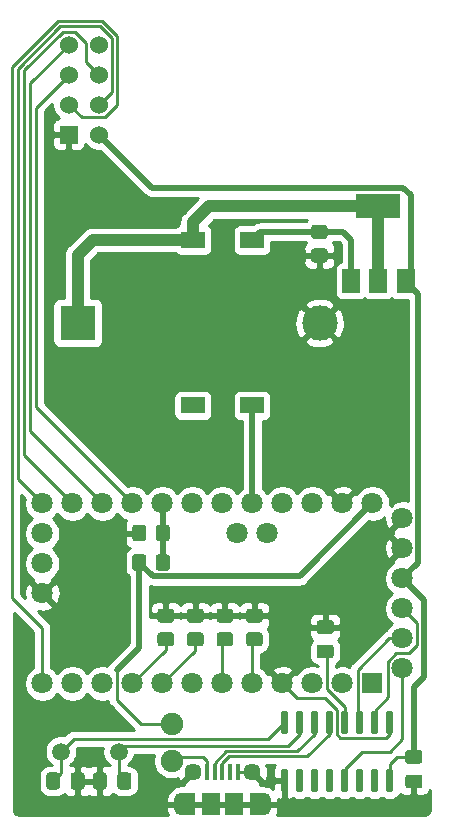
<source format=gbr>
%TF.GenerationSoftware,KiCad,Pcbnew,5.1.8*%
%TF.CreationDate,2020-12-03T18:56:26-05:00*%
%TF.ProjectId,on_air_remote,6f6e5f61-6972-45f7-9265-6d6f74652e6b,rev?*%
%TF.SameCoordinates,PX93d1cc0PY510ff40*%
%TF.FileFunction,Copper,L1,Top*%
%TF.FilePolarity,Positive*%
%FSLAX46Y46*%
G04 Gerber Fmt 4.6, Leading zero omitted, Abs format (unit mm)*
G04 Created by KiCad (PCBNEW 5.1.8) date 2020-12-03 18:56:26*
%MOMM*%
%LPD*%
G01*
G04 APERTURE LIST*
%TA.AperFunction,ComponentPad*%
%ADD10C,1.500000*%
%TD*%
%TA.AperFunction,ComponentPad*%
%ADD11R,1.800000X1.800000*%
%TD*%
%TA.AperFunction,ComponentPad*%
%ADD12C,1.800000*%
%TD*%
%TA.AperFunction,ComponentPad*%
%ADD13C,3.000000*%
%TD*%
%TA.AperFunction,ComponentPad*%
%ADD14R,3.000000X3.000000*%
%TD*%
%TA.AperFunction,SMDPad,CuDef*%
%ADD15R,1.500000X1.900000*%
%TD*%
%TA.AperFunction,ComponentPad*%
%ADD16C,1.450000*%
%TD*%
%TA.AperFunction,SMDPad,CuDef*%
%ADD17R,0.400000X1.350000*%
%TD*%
%TA.AperFunction,ComponentPad*%
%ADD18O,1.200000X1.900000*%
%TD*%
%TA.AperFunction,SMDPad,CuDef*%
%ADD19R,1.200000X1.900000*%
%TD*%
%TA.AperFunction,SMDPad,CuDef*%
%ADD20R,3.800000X2.000000*%
%TD*%
%TA.AperFunction,SMDPad,CuDef*%
%ADD21R,1.500000X2.000000*%
%TD*%
%TA.AperFunction,SMDPad,CuDef*%
%ADD22R,2.000000X1.400000*%
%TD*%
%TA.AperFunction,ComponentPad*%
%ADD23R,1.524000X1.524000*%
%TD*%
%TA.AperFunction,ComponentPad*%
%ADD24C,1.524000*%
%TD*%
%TA.AperFunction,ViaPad*%
%ADD25C,1.900000*%
%TD*%
%TA.AperFunction,Conductor*%
%ADD26C,0.250000*%
%TD*%
%TA.AperFunction,Conductor*%
%ADD27C,0.500000*%
%TD*%
%TA.AperFunction,Conductor*%
%ADD28C,1.000000*%
%TD*%
%TA.AperFunction,Conductor*%
%ADD29C,0.254000*%
%TD*%
%TA.AperFunction,Conductor*%
%ADD30C,0.100000*%
%TD*%
G04 APERTURE END LIST*
D10*
%TO.P,Y1,1*%
%TO.N,Net-(C1-Pad1)*%
X-28000000Y-67500000D03*
%TO.P,Y1,2*%
%TO.N,Net-(C2-Pad1)*%
X-32880000Y-67500000D03*
%TD*%
D11*
%TO.P,A1,1*%
%TO.N,Net-(A1-Pad1)*%
X-6510000Y-61740000D03*
D12*
%TO.P,A1,2*%
%TO.N,Net-(A1-Pad2)*%
X-9050000Y-61740000D03*
%TO.P,A1,3*%
%TO.N,Net-(A1-Pad3)*%
X-11590000Y-61740000D03*
%TO.P,A1,4*%
%TO.N,GND*%
X-14130000Y-61740000D03*
%TO.P,A1,5*%
%TO.N,/ROLE*%
X-16670000Y-61740000D03*
%TO.P,A1,6*%
%TO.N,/RED*%
X-19210000Y-61740000D03*
%TO.P,A1,7*%
%TO.N,Net-(A1-Pad7)*%
X-21750000Y-61740000D03*
%TO.P,A1,8*%
%TO.N,/GREEN*%
X-24290000Y-61740000D03*
%TO.P,A1,9*%
%TO.N,/BLUE*%
X-26830000Y-61740000D03*
%TO.P,A1,10*%
%TO.N,Net-(A1-Pad10)*%
X-29370000Y-61740000D03*
%TO.P,A1,11*%
%TO.N,Net-(A1-Pad11)*%
X-31910000Y-61740000D03*
%TO.P,A1,12*%
%TO.N,/CE*%
X-34450000Y-61740000D03*
%TO.P,A1,13*%
%TO.N,GND*%
X-34450000Y-54120000D03*
%TO.P,A1,14*%
%TO.N,Net-(A1-Pad14)*%
X-34450000Y-51580000D03*
%TO.P,A1,15*%
%TO.N,Net-(A1-Pad15)*%
X-34450000Y-49040000D03*
%TO.P,A1,16*%
%TO.N,/~CSN*%
X-34450000Y-46500000D03*
%TO.P,A1,17*%
%TO.N,/MOSI*%
X-31910000Y-46500000D03*
%TO.P,A1,18*%
%TO.N,/MISO*%
X-29370000Y-46500000D03*
%TO.P,A1,19*%
%TO.N,/SCK*%
X-26830000Y-46500000D03*
%TO.P,A1,20*%
%TO.N,Net-(A1-Pad20)*%
X-24290000Y-46500000D03*
%TO.P,A1,21*%
%TO.N,Net-(A1-Pad21)*%
X-21750000Y-46500000D03*
%TO.P,A1,22*%
%TO.N,Net-(A1-Pad22)*%
X-19210000Y-46500000D03*
%TO.P,A1,23*%
%TO.N,/SHUTDOWN*%
X-16670000Y-46500000D03*
%TO.P,A1,24*%
%TO.N,N/C*%
X-14130000Y-46500000D03*
%TO.P,A1,25*%
%TO.N,Net-(A1-Pad25)*%
X-11590000Y-46500000D03*
%TO.P,A1,26*%
%TO.N,GND*%
X-9050000Y-46500000D03*
%TO.P,A1,27*%
%TO.N,+5V*%
X-6510000Y-46500000D03*
%TO.P,A1,28*%
%TO.N,GND*%
X-3970000Y-47770000D03*
%TO.P,A1,29*%
X-3970000Y-50310000D03*
%TO.P,A1,30*%
%TO.N,+3V0*%
X-3970000Y-52850000D03*
%TO.P,A1,31*%
%TO.N,/TXD*%
X-3970000Y-55390000D03*
%TO.P,A1,32*%
%TO.N,/RXD*%
X-3970000Y-57930000D03*
%TO.P,A1,33*%
%TO.N,/~DTR*%
X-3970000Y-60470000D03*
%TO.P,A1,34*%
%TO.N,Net-(A1-Pad34)*%
X-17940000Y-49040000D03*
%TO.P,A1,35*%
%TO.N,Net-(A1-Pad35)*%
X-15400000Y-49040000D03*
%TD*%
D13*
%TO.P,BT1,2*%
%TO.N,GND*%
X-10972416Y-31220000D03*
D14*
%TO.P,BT1,1*%
%TO.N,/Vbatt*%
X-31462416Y-31220000D03*
%TD*%
%TO.P,C1,1*%
%TO.N,Net-(C1-Pad1)*%
%TA.AperFunction,SMDPad,CuDef*%
G36*
G01*
X-26912500Y-69525000D02*
X-26912500Y-70475000D01*
G75*
G02*
X-27162500Y-70725000I-250000J0D01*
G01*
X-27837500Y-70725000D01*
G75*
G02*
X-28087500Y-70475000I0J250000D01*
G01*
X-28087500Y-69525000D01*
G75*
G02*
X-27837500Y-69275000I250000J0D01*
G01*
X-27162500Y-69275000D01*
G75*
G02*
X-26912500Y-69525000I0J-250000D01*
G01*
G37*
%TD.AperFunction*%
%TO.P,C1,2*%
%TO.N,GND*%
%TA.AperFunction,SMDPad,CuDef*%
G36*
G01*
X-28987500Y-69525000D02*
X-28987500Y-70475000D01*
G75*
G02*
X-29237500Y-70725000I-250000J0D01*
G01*
X-29912500Y-70725000D01*
G75*
G02*
X-30162500Y-70475000I0J250000D01*
G01*
X-30162500Y-69525000D01*
G75*
G02*
X-29912500Y-69275000I250000J0D01*
G01*
X-29237500Y-69275000D01*
G75*
G02*
X-28987500Y-69525000I0J-250000D01*
G01*
G37*
%TD.AperFunction*%
%TD*%
%TO.P,C2,2*%
%TO.N,GND*%
%TA.AperFunction,SMDPad,CuDef*%
G36*
G01*
X-32050000Y-70475000D02*
X-32050000Y-69525000D01*
G75*
G02*
X-31800000Y-69275000I250000J0D01*
G01*
X-31125000Y-69275000D01*
G75*
G02*
X-30875000Y-69525000I0J-250000D01*
G01*
X-30875000Y-70475000D01*
G75*
G02*
X-31125000Y-70725000I-250000J0D01*
G01*
X-31800000Y-70725000D01*
G75*
G02*
X-32050000Y-70475000I0J250000D01*
G01*
G37*
%TD.AperFunction*%
%TO.P,C2,1*%
%TO.N,Net-(C2-Pad1)*%
%TA.AperFunction,SMDPad,CuDef*%
G36*
G01*
X-34125000Y-70475000D02*
X-34125000Y-69525000D01*
G75*
G02*
X-33875000Y-69275000I250000J0D01*
G01*
X-33200000Y-69275000D01*
G75*
G02*
X-32950000Y-69525000I0J-250000D01*
G01*
X-32950000Y-70475000D01*
G75*
G02*
X-33200000Y-70725000I-250000J0D01*
G01*
X-33875000Y-70725000D01*
G75*
G02*
X-34125000Y-70475000I0J250000D01*
G01*
G37*
%TD.AperFunction*%
%TD*%
%TO.P,C3,1*%
%TO.N,GND*%
%TA.AperFunction,SMDPad,CuDef*%
G36*
G01*
X-10975000Y-56375000D02*
X-10025000Y-56375000D01*
G75*
G02*
X-9775000Y-56625000I0J-250000D01*
G01*
X-9775000Y-57300000D01*
G75*
G02*
X-10025000Y-57550000I-250000J0D01*
G01*
X-10975000Y-57550000D01*
G75*
G02*
X-11225000Y-57300000I0J250000D01*
G01*
X-11225000Y-56625000D01*
G75*
G02*
X-10975000Y-56375000I250000J0D01*
G01*
G37*
%TD.AperFunction*%
%TO.P,C3,2*%
%TO.N,Net-(C3-Pad2)*%
%TA.AperFunction,SMDPad,CuDef*%
G36*
G01*
X-10975000Y-58450000D02*
X-10025000Y-58450000D01*
G75*
G02*
X-9775000Y-58700000I0J-250000D01*
G01*
X-9775000Y-59375000D01*
G75*
G02*
X-10025000Y-59625000I-250000J0D01*
G01*
X-10975000Y-59625000D01*
G75*
G02*
X-11225000Y-59375000I0J250000D01*
G01*
X-11225000Y-58700000D01*
G75*
G02*
X-10975000Y-58450000I250000J0D01*
G01*
G37*
%TD.AperFunction*%
%TD*%
%TO.P,C4,2*%
%TO.N,GND*%
%TA.AperFunction,SMDPad,CuDef*%
G36*
G01*
X-3475000Y-69450000D02*
X-2525000Y-69450000D01*
G75*
G02*
X-2275000Y-69700000I0J-250000D01*
G01*
X-2275000Y-70375000D01*
G75*
G02*
X-2525000Y-70625000I-250000J0D01*
G01*
X-3475000Y-70625000D01*
G75*
G02*
X-3725000Y-70375000I0J250000D01*
G01*
X-3725000Y-69700000D01*
G75*
G02*
X-3475000Y-69450000I250000J0D01*
G01*
G37*
%TD.AperFunction*%
%TO.P,C4,1*%
%TO.N,+3V0*%
%TA.AperFunction,SMDPad,CuDef*%
G36*
G01*
X-3475000Y-67375000D02*
X-2525000Y-67375000D01*
G75*
G02*
X-2275000Y-67625000I0J-250000D01*
G01*
X-2275000Y-68300000D01*
G75*
G02*
X-2525000Y-68550000I-250000J0D01*
G01*
X-3475000Y-68550000D01*
G75*
G02*
X-3725000Y-68300000I0J250000D01*
G01*
X-3725000Y-67625000D01*
G75*
G02*
X-3475000Y-67375000I250000J0D01*
G01*
G37*
%TD.AperFunction*%
%TD*%
D15*
%TO.P,J1,6*%
%TO.N,GND*%
X-18210000Y-71957500D03*
D16*
X-21710000Y-69257500D03*
D17*
%TO.P,J1,2*%
%TO.N,Net-(J1-Pad2)*%
X-19860000Y-69257500D03*
%TO.P,J1,1*%
%TO.N,+5V*%
X-20510000Y-69257500D03*
%TO.P,J1,5*%
%TO.N,GND*%
X-17910000Y-69257500D03*
%TO.P,J1,4*%
%TO.N,Net-(J1-Pad4)*%
X-18560000Y-69257500D03*
%TO.P,J1,3*%
%TO.N,Net-(J1-Pad3)*%
X-19210000Y-69257500D03*
D16*
%TO.P,J1,6*%
%TO.N,GND*%
X-16710000Y-69257500D03*
D15*
X-20210000Y-71957500D03*
D18*
X-22710000Y-71957500D03*
X-15710000Y-71957500D03*
D19*
X-16310000Y-71957500D03*
X-22110000Y-71957500D03*
%TD*%
D20*
%TO.P,Q1,4*%
%TO.N,/Vbatt*%
X-6000000Y-21350000D03*
D21*
%TO.P,Q1,2*%
X-6000000Y-27650000D03*
%TO.P,Q1,3*%
%TO.N,+3V0*%
X-3700000Y-27650000D03*
%TO.P,Q1,1*%
%TO.N,/SHUTDOWN*%
X-8300000Y-27650000D03*
%TD*%
%TO.P,R1,1*%
%TO.N,/SHUTDOWN*%
%TA.AperFunction,SMDPad,CuDef*%
G36*
G01*
X-11450001Y-22900000D02*
X-10549999Y-22900000D01*
G75*
G02*
X-10300000Y-23149999I0J-249999D01*
G01*
X-10300000Y-23850001D01*
G75*
G02*
X-10549999Y-24100000I-249999J0D01*
G01*
X-11450001Y-24100000D01*
G75*
G02*
X-11700000Y-23850001I0J249999D01*
G01*
X-11700000Y-23149999D01*
G75*
G02*
X-11450001Y-22900000I249999J0D01*
G01*
G37*
%TD.AperFunction*%
%TO.P,R1,2*%
%TO.N,GND*%
%TA.AperFunction,SMDPad,CuDef*%
G36*
G01*
X-11450001Y-24900000D02*
X-10549999Y-24900000D01*
G75*
G02*
X-10300000Y-25149999I0J-249999D01*
G01*
X-10300000Y-25850001D01*
G75*
G02*
X-10549999Y-26100000I-249999J0D01*
G01*
X-11450001Y-26100000D01*
G75*
G02*
X-11700000Y-25850001I0J249999D01*
G01*
X-11700000Y-25149999D01*
G75*
G02*
X-11450001Y-24900000I249999J0D01*
G01*
G37*
%TD.AperFunction*%
%TD*%
%TO.P,R2,2*%
%TO.N,Net-(A1-Pad20)*%
%TA.AperFunction,SMDPad,CuDef*%
G36*
G01*
X-24850000Y-51950001D02*
X-24850000Y-51049999D01*
G75*
G02*
X-24600001Y-50800000I249999J0D01*
G01*
X-23899999Y-50800000D01*
G75*
G02*
X-23650000Y-51049999I0J-249999D01*
G01*
X-23650000Y-51950001D01*
G75*
G02*
X-23899999Y-52200000I-249999J0D01*
G01*
X-24600001Y-52200000D01*
G75*
G02*
X-24850000Y-51950001I0J249999D01*
G01*
G37*
%TD.AperFunction*%
%TO.P,R2,1*%
%TO.N,+5V*%
%TA.AperFunction,SMDPad,CuDef*%
G36*
G01*
X-26850000Y-51950001D02*
X-26850000Y-51049999D01*
G75*
G02*
X-26600001Y-50800000I249999J0D01*
G01*
X-25899999Y-50800000D01*
G75*
G02*
X-25650000Y-51049999I0J-249999D01*
G01*
X-25650000Y-51950001D01*
G75*
G02*
X-25899999Y-52200000I-249999J0D01*
G01*
X-26600001Y-52200000D01*
G75*
G02*
X-26850000Y-51950001I0J249999D01*
G01*
G37*
%TD.AperFunction*%
%TD*%
%TO.P,R3,1*%
%TO.N,Net-(A1-Pad20)*%
%TA.AperFunction,SMDPad,CuDef*%
G36*
G01*
X-23650000Y-48549999D02*
X-23650000Y-49450001D01*
G75*
G02*
X-23899999Y-49700000I-249999J0D01*
G01*
X-24600001Y-49700000D01*
G75*
G02*
X-24850000Y-49450001I0J249999D01*
G01*
X-24850000Y-48549999D01*
G75*
G02*
X-24600001Y-48300000I249999J0D01*
G01*
X-23899999Y-48300000D01*
G75*
G02*
X-23650000Y-48549999I0J-249999D01*
G01*
G37*
%TD.AperFunction*%
%TO.P,R3,2*%
%TO.N,GND*%
%TA.AperFunction,SMDPad,CuDef*%
G36*
G01*
X-25650000Y-48549999D02*
X-25650000Y-49450001D01*
G75*
G02*
X-25899999Y-49700000I-249999J0D01*
G01*
X-26600001Y-49700000D01*
G75*
G02*
X-26850000Y-49450001I0J249999D01*
G01*
X-26850000Y-48549999D01*
G75*
G02*
X-26600001Y-48300000I249999J0D01*
G01*
X-25899999Y-48300000D01*
G75*
G02*
X-25650000Y-48549999I0J-249999D01*
G01*
G37*
%TD.AperFunction*%
%TD*%
%TO.P,R4,2*%
%TO.N,/ROLE*%
%TA.AperFunction,SMDPad,CuDef*%
G36*
G01*
X-16950001Y-57400000D02*
X-16049999Y-57400000D01*
G75*
G02*
X-15800000Y-57649999I0J-249999D01*
G01*
X-15800000Y-58350001D01*
G75*
G02*
X-16049999Y-58600000I-249999J0D01*
G01*
X-16950001Y-58600000D01*
G75*
G02*
X-17200000Y-58350001I0J249999D01*
G01*
X-17200000Y-57649999D01*
G75*
G02*
X-16950001Y-57400000I249999J0D01*
G01*
G37*
%TD.AperFunction*%
%TO.P,R4,1*%
%TO.N,GND*%
%TA.AperFunction,SMDPad,CuDef*%
G36*
G01*
X-16950001Y-55400000D02*
X-16049999Y-55400000D01*
G75*
G02*
X-15800000Y-55649999I0J-249999D01*
G01*
X-15800000Y-56350001D01*
G75*
G02*
X-16049999Y-56600000I-249999J0D01*
G01*
X-16950001Y-56600000D01*
G75*
G02*
X-17200000Y-56350001I0J249999D01*
G01*
X-17200000Y-55649999D01*
G75*
G02*
X-16950001Y-55400000I249999J0D01*
G01*
G37*
%TD.AperFunction*%
%TD*%
%TO.P,R5,1*%
%TO.N,GND*%
%TA.AperFunction,SMDPad,CuDef*%
G36*
G01*
X-19450001Y-55400000D02*
X-18549999Y-55400000D01*
G75*
G02*
X-18300000Y-55649999I0J-249999D01*
G01*
X-18300000Y-56350001D01*
G75*
G02*
X-18549999Y-56600000I-249999J0D01*
G01*
X-19450001Y-56600000D01*
G75*
G02*
X-19700000Y-56350001I0J249999D01*
G01*
X-19700000Y-55649999D01*
G75*
G02*
X-19450001Y-55400000I249999J0D01*
G01*
G37*
%TD.AperFunction*%
%TO.P,R5,2*%
%TO.N,/RED*%
%TA.AperFunction,SMDPad,CuDef*%
G36*
G01*
X-19450001Y-57400000D02*
X-18549999Y-57400000D01*
G75*
G02*
X-18300000Y-57649999I0J-249999D01*
G01*
X-18300000Y-58350001D01*
G75*
G02*
X-18549999Y-58600000I-249999J0D01*
G01*
X-19450001Y-58600000D01*
G75*
G02*
X-19700000Y-58350001I0J249999D01*
G01*
X-19700000Y-57649999D01*
G75*
G02*
X-19450001Y-57400000I249999J0D01*
G01*
G37*
%TD.AperFunction*%
%TD*%
%TO.P,R6,2*%
%TO.N,/GREEN*%
%TA.AperFunction,SMDPad,CuDef*%
G36*
G01*
X-21950001Y-57400000D02*
X-21049999Y-57400000D01*
G75*
G02*
X-20800000Y-57649999I0J-249999D01*
G01*
X-20800000Y-58350001D01*
G75*
G02*
X-21049999Y-58600000I-249999J0D01*
G01*
X-21950001Y-58600000D01*
G75*
G02*
X-22200000Y-58350001I0J249999D01*
G01*
X-22200000Y-57649999D01*
G75*
G02*
X-21950001Y-57400000I249999J0D01*
G01*
G37*
%TD.AperFunction*%
%TO.P,R6,1*%
%TO.N,GND*%
%TA.AperFunction,SMDPad,CuDef*%
G36*
G01*
X-21950001Y-55400000D02*
X-21049999Y-55400000D01*
G75*
G02*
X-20800000Y-55649999I0J-249999D01*
G01*
X-20800000Y-56350001D01*
G75*
G02*
X-21049999Y-56600000I-249999J0D01*
G01*
X-21950001Y-56600000D01*
G75*
G02*
X-22200000Y-56350001I0J249999D01*
G01*
X-22200000Y-55649999D01*
G75*
G02*
X-21950001Y-55400000I249999J0D01*
G01*
G37*
%TD.AperFunction*%
%TD*%
%TO.P,R7,1*%
%TO.N,GND*%
%TA.AperFunction,SMDPad,CuDef*%
G36*
G01*
X-24450001Y-55400000D02*
X-23549999Y-55400000D01*
G75*
G02*
X-23300000Y-55649999I0J-249999D01*
G01*
X-23300000Y-56350001D01*
G75*
G02*
X-23549999Y-56600000I-249999J0D01*
G01*
X-24450001Y-56600000D01*
G75*
G02*
X-24700000Y-56350001I0J249999D01*
G01*
X-24700000Y-55649999D01*
G75*
G02*
X-24450001Y-55400000I249999J0D01*
G01*
G37*
%TD.AperFunction*%
%TO.P,R7,2*%
%TO.N,/BLUE*%
%TA.AperFunction,SMDPad,CuDef*%
G36*
G01*
X-24450001Y-57400000D02*
X-23549999Y-57400000D01*
G75*
G02*
X-23300000Y-57649999I0J-249999D01*
G01*
X-23300000Y-58350001D01*
G75*
G02*
X-23549999Y-58600000I-249999J0D01*
G01*
X-24450001Y-58600000D01*
G75*
G02*
X-24700000Y-58350001I0J249999D01*
G01*
X-24700000Y-57649999D01*
G75*
G02*
X-24450001Y-57400000I249999J0D01*
G01*
G37*
%TD.AperFunction*%
%TD*%
D22*
%TO.P,SW1,1*%
%TO.N,/SHUTDOWN*%
X-16710000Y-24200000D03*
X-16710000Y-38200000D03*
%TO.P,SW1,2*%
%TO.N,N/C*%
X-21710000Y-38200000D03*
%TO.N,/Vbatt*%
X-21710000Y-24200000D03*
%TD*%
%TO.P,U1,1*%
%TO.N,GND*%
%TA.AperFunction,SMDPad,CuDef*%
G36*
G01*
X-5205000Y-64050000D02*
X-4905000Y-64050000D01*
G75*
G02*
X-4755000Y-64200000I0J-150000D01*
G01*
X-4755000Y-65850000D01*
G75*
G02*
X-4905000Y-66000000I-150000J0D01*
G01*
X-5205000Y-66000000D01*
G75*
G02*
X-5355000Y-65850000I0J150000D01*
G01*
X-5355000Y-64200000D01*
G75*
G02*
X-5205000Y-64050000I150000J0D01*
G01*
G37*
%TD.AperFunction*%
%TO.P,U1,2*%
%TO.N,/TXD*%
%TA.AperFunction,SMDPad,CuDef*%
G36*
G01*
X-6475000Y-64050000D02*
X-6175000Y-64050000D01*
G75*
G02*
X-6025000Y-64200000I0J-150000D01*
G01*
X-6025000Y-65850000D01*
G75*
G02*
X-6175000Y-66000000I-150000J0D01*
G01*
X-6475000Y-66000000D01*
G75*
G02*
X-6625000Y-65850000I0J150000D01*
G01*
X-6625000Y-64200000D01*
G75*
G02*
X-6475000Y-64050000I150000J0D01*
G01*
G37*
%TD.AperFunction*%
%TO.P,U1,3*%
%TO.N,/RXD*%
%TA.AperFunction,SMDPad,CuDef*%
G36*
G01*
X-7745000Y-64050000D02*
X-7445000Y-64050000D01*
G75*
G02*
X-7295000Y-64200000I0J-150000D01*
G01*
X-7295000Y-65850000D01*
G75*
G02*
X-7445000Y-66000000I-150000J0D01*
G01*
X-7745000Y-66000000D01*
G75*
G02*
X-7895000Y-65850000I0J150000D01*
G01*
X-7895000Y-64200000D01*
G75*
G02*
X-7745000Y-64050000I150000J0D01*
G01*
G37*
%TD.AperFunction*%
%TO.P,U1,4*%
%TO.N,Net-(C3-Pad2)*%
%TA.AperFunction,SMDPad,CuDef*%
G36*
G01*
X-9015000Y-64050000D02*
X-8715000Y-64050000D01*
G75*
G02*
X-8565000Y-64200000I0J-150000D01*
G01*
X-8565000Y-65850000D01*
G75*
G02*
X-8715000Y-66000000I-150000J0D01*
G01*
X-9015000Y-66000000D01*
G75*
G02*
X-9165000Y-65850000I0J150000D01*
G01*
X-9165000Y-64200000D01*
G75*
G02*
X-9015000Y-64050000I150000J0D01*
G01*
G37*
%TD.AperFunction*%
%TO.P,U1,5*%
%TO.N,Net-(J1-Pad3)*%
%TA.AperFunction,SMDPad,CuDef*%
G36*
G01*
X-10285000Y-64050000D02*
X-9985000Y-64050000D01*
G75*
G02*
X-9835000Y-64200000I0J-150000D01*
G01*
X-9835000Y-65850000D01*
G75*
G02*
X-9985000Y-66000000I-150000J0D01*
G01*
X-10285000Y-66000000D01*
G75*
G02*
X-10435000Y-65850000I0J150000D01*
G01*
X-10435000Y-64200000D01*
G75*
G02*
X-10285000Y-64050000I150000J0D01*
G01*
G37*
%TD.AperFunction*%
%TO.P,U1,6*%
%TO.N,Net-(J1-Pad2)*%
%TA.AperFunction,SMDPad,CuDef*%
G36*
G01*
X-11555000Y-64050000D02*
X-11255000Y-64050000D01*
G75*
G02*
X-11105000Y-64200000I0J-150000D01*
G01*
X-11105000Y-65850000D01*
G75*
G02*
X-11255000Y-66000000I-150000J0D01*
G01*
X-11555000Y-66000000D01*
G75*
G02*
X-11705000Y-65850000I0J150000D01*
G01*
X-11705000Y-64200000D01*
G75*
G02*
X-11555000Y-64050000I150000J0D01*
G01*
G37*
%TD.AperFunction*%
%TO.P,U1,7*%
%TO.N,Net-(C1-Pad1)*%
%TA.AperFunction,SMDPad,CuDef*%
G36*
G01*
X-12825000Y-64050000D02*
X-12525000Y-64050000D01*
G75*
G02*
X-12375000Y-64200000I0J-150000D01*
G01*
X-12375000Y-65850000D01*
G75*
G02*
X-12525000Y-66000000I-150000J0D01*
G01*
X-12825000Y-66000000D01*
G75*
G02*
X-12975000Y-65850000I0J150000D01*
G01*
X-12975000Y-64200000D01*
G75*
G02*
X-12825000Y-64050000I150000J0D01*
G01*
G37*
%TD.AperFunction*%
%TO.P,U1,8*%
%TO.N,Net-(C2-Pad1)*%
%TA.AperFunction,SMDPad,CuDef*%
G36*
G01*
X-14095000Y-64050000D02*
X-13795000Y-64050000D01*
G75*
G02*
X-13645000Y-64200000I0J-150000D01*
G01*
X-13645000Y-65850000D01*
G75*
G02*
X-13795000Y-66000000I-150000J0D01*
G01*
X-14095000Y-66000000D01*
G75*
G02*
X-14245000Y-65850000I0J150000D01*
G01*
X-14245000Y-64200000D01*
G75*
G02*
X-14095000Y-64050000I150000J0D01*
G01*
G37*
%TD.AperFunction*%
%TO.P,U1,9*%
%TO.N,GND*%
%TA.AperFunction,SMDPad,CuDef*%
G36*
G01*
X-14095000Y-69000000D02*
X-13795000Y-69000000D01*
G75*
G02*
X-13645000Y-69150000I0J-150000D01*
G01*
X-13645000Y-70800000D01*
G75*
G02*
X-13795000Y-70950000I-150000J0D01*
G01*
X-14095000Y-70950000D01*
G75*
G02*
X-14245000Y-70800000I0J150000D01*
G01*
X-14245000Y-69150000D01*
G75*
G02*
X-14095000Y-69000000I150000J0D01*
G01*
G37*
%TD.AperFunction*%
%TO.P,U1,10*%
%TO.N,Net-(U1-Pad10)*%
%TA.AperFunction,SMDPad,CuDef*%
G36*
G01*
X-12825000Y-69000000D02*
X-12525000Y-69000000D01*
G75*
G02*
X-12375000Y-69150000I0J-150000D01*
G01*
X-12375000Y-70800000D01*
G75*
G02*
X-12525000Y-70950000I-150000J0D01*
G01*
X-12825000Y-70950000D01*
G75*
G02*
X-12975000Y-70800000I0J150000D01*
G01*
X-12975000Y-69150000D01*
G75*
G02*
X-12825000Y-69000000I150000J0D01*
G01*
G37*
%TD.AperFunction*%
%TO.P,U1,11*%
%TO.N,Net-(U1-Pad11)*%
%TA.AperFunction,SMDPad,CuDef*%
G36*
G01*
X-11555000Y-69000000D02*
X-11255000Y-69000000D01*
G75*
G02*
X-11105000Y-69150000I0J-150000D01*
G01*
X-11105000Y-70800000D01*
G75*
G02*
X-11255000Y-70950000I-150000J0D01*
G01*
X-11555000Y-70950000D01*
G75*
G02*
X-11705000Y-70800000I0J150000D01*
G01*
X-11705000Y-69150000D01*
G75*
G02*
X-11555000Y-69000000I150000J0D01*
G01*
G37*
%TD.AperFunction*%
%TO.P,U1,12*%
%TO.N,Net-(U1-Pad12)*%
%TA.AperFunction,SMDPad,CuDef*%
G36*
G01*
X-10285000Y-69000000D02*
X-9985000Y-69000000D01*
G75*
G02*
X-9835000Y-69150000I0J-150000D01*
G01*
X-9835000Y-70800000D01*
G75*
G02*
X-9985000Y-70950000I-150000J0D01*
G01*
X-10285000Y-70950000D01*
G75*
G02*
X-10435000Y-70800000I0J150000D01*
G01*
X-10435000Y-69150000D01*
G75*
G02*
X-10285000Y-69000000I150000J0D01*
G01*
G37*
%TD.AperFunction*%
%TO.P,U1,13*%
%TO.N,/~DTR*%
%TA.AperFunction,SMDPad,CuDef*%
G36*
G01*
X-9015000Y-69000000D02*
X-8715000Y-69000000D01*
G75*
G02*
X-8565000Y-69150000I0J-150000D01*
G01*
X-8565000Y-70800000D01*
G75*
G02*
X-8715000Y-70950000I-150000J0D01*
G01*
X-9015000Y-70950000D01*
G75*
G02*
X-9165000Y-70800000I0J150000D01*
G01*
X-9165000Y-69150000D01*
G75*
G02*
X-9015000Y-69000000I150000J0D01*
G01*
G37*
%TD.AperFunction*%
%TO.P,U1,14*%
%TO.N,Net-(U1-Pad14)*%
%TA.AperFunction,SMDPad,CuDef*%
G36*
G01*
X-7745000Y-69000000D02*
X-7445000Y-69000000D01*
G75*
G02*
X-7295000Y-69150000I0J-150000D01*
G01*
X-7295000Y-70800000D01*
G75*
G02*
X-7445000Y-70950000I-150000J0D01*
G01*
X-7745000Y-70950000D01*
G75*
G02*
X-7895000Y-70800000I0J150000D01*
G01*
X-7895000Y-69150000D01*
G75*
G02*
X-7745000Y-69000000I150000J0D01*
G01*
G37*
%TD.AperFunction*%
%TO.P,U1,15*%
%TO.N,Net-(U1-Pad15)*%
%TA.AperFunction,SMDPad,CuDef*%
G36*
G01*
X-6475000Y-69000000D02*
X-6175000Y-69000000D01*
G75*
G02*
X-6025000Y-69150000I0J-150000D01*
G01*
X-6025000Y-70800000D01*
G75*
G02*
X-6175000Y-70950000I-150000J0D01*
G01*
X-6475000Y-70950000D01*
G75*
G02*
X-6625000Y-70800000I0J150000D01*
G01*
X-6625000Y-69150000D01*
G75*
G02*
X-6475000Y-69000000I150000J0D01*
G01*
G37*
%TD.AperFunction*%
%TO.P,U1,16*%
%TO.N,+3V0*%
%TA.AperFunction,SMDPad,CuDef*%
G36*
G01*
X-5205000Y-69000000D02*
X-4905000Y-69000000D01*
G75*
G02*
X-4755000Y-69150000I0J-150000D01*
G01*
X-4755000Y-70800000D01*
G75*
G02*
X-4905000Y-70950000I-150000J0D01*
G01*
X-5205000Y-70950000D01*
G75*
G02*
X-5355000Y-70800000I0J150000D01*
G01*
X-5355000Y-69150000D01*
G75*
G02*
X-5205000Y-69000000I150000J0D01*
G01*
G37*
%TD.AperFunction*%
%TD*%
D23*
%TO.P,U2,1*%
%TO.N,GND*%
X-32210000Y-15270000D03*
D24*
%TO.P,U2,2*%
%TO.N,+3V0*%
X-29670000Y-15270000D03*
%TO.P,U2,3*%
%TO.N,/CE*%
X-32210000Y-12730000D03*
%TO.P,U2,4*%
%TO.N,/~CSN*%
X-29670000Y-12730000D03*
%TO.P,U2,5*%
%TO.N,/SCK*%
X-32210000Y-10190000D03*
%TO.P,U2,6*%
%TO.N,/MOSI*%
X-29670000Y-10190000D03*
%TO.P,U2,7*%
%TO.N,/MISO*%
X-32210000Y-7650000D03*
%TO.P,U2,8*%
%TO.N,Net-(U2-Pad8)*%
X-29670000Y-7650000D03*
%TD*%
D25*
%TO.N,GND*%
X-36000004Y-58000000D03*
X-32749996Y-58000000D03*
%TO.N,+5V*%
X-23500000Y-68275000D03*
X-23500000Y-65149999D03*
%TD*%
D26*
%TO.N,GND*%
X-17910000Y-69257500D02*
X-16710000Y-69257500D01*
X-12904999Y-62965001D02*
X-14130000Y-61740000D01*
X-10548231Y-62965001D02*
X-12904999Y-62965001D01*
X-9509990Y-64003242D02*
X-10548231Y-62965001D01*
X-9509990Y-66026778D02*
X-9509990Y-64003242D01*
X-5055000Y-66000000D02*
X-5380010Y-66325010D01*
X-9211758Y-66325010D02*
X-9509990Y-66026778D01*
X-5380010Y-66325010D02*
X-9211758Y-66325010D01*
X-5055000Y-65025000D02*
X-5055000Y-66000000D01*
%TO.N,/ROLE*%
X-16670000Y-58170000D02*
X-16500000Y-58000000D01*
X-16670000Y-61740000D02*
X-16670000Y-58170000D01*
%TO.N,/RED*%
X-19210000Y-58210000D02*
X-19000000Y-58000000D01*
X-19210000Y-61740000D02*
X-19210000Y-58210000D01*
D27*
%TO.N,/SHUTDOWN*%
X-16670000Y-38240000D02*
X-16710000Y-38200000D01*
X-16670000Y-46500000D02*
X-16670000Y-38240000D01*
X-16010000Y-23500000D02*
X-16710000Y-24200000D01*
X-11000000Y-23500000D02*
X-16010000Y-23500000D01*
X-11000000Y-23500000D02*
X-9000000Y-23500000D01*
X-8300000Y-24200000D02*
X-8300000Y-27650000D01*
X-9000000Y-23500000D02*
X-8300000Y-24200000D01*
D26*
%TO.N,/GREEN*%
X-21500000Y-58950000D02*
X-21500000Y-58000000D01*
X-24290000Y-61740000D02*
X-21500000Y-58950000D01*
%TO.N,/BLUE*%
X-24000000Y-58910000D02*
X-24000000Y-58000000D01*
X-26830000Y-61740000D02*
X-24000000Y-58910000D01*
%TO.N,/CE*%
X-29148239Y-13817001D02*
X-31122999Y-13817001D01*
X-28132989Y-12801751D02*
X-29148239Y-13817001D01*
X-31122999Y-13817001D02*
X-32210000Y-12730000D01*
X-33104561Y-5662978D02*
X-29411849Y-5662978D01*
X-37000000Y-9558417D02*
X-33104561Y-5662978D01*
X-37000000Y-54500000D02*
X-37000000Y-9558417D01*
X-28132988Y-6941839D02*
X-28132989Y-12801751D01*
X-29411849Y-5662978D02*
X-28132988Y-6941839D01*
X-34450000Y-57050000D02*
X-37000000Y-54500000D01*
X-34450000Y-61740000D02*
X-34450000Y-57050000D01*
%TO.N,/~CSN*%
X-28582999Y-7128239D02*
X-28582999Y-11642999D01*
X-29598249Y-6112989D02*
X-28582999Y-7128239D01*
X-32918161Y-6112989D02*
X-29598249Y-6112989D01*
X-36500000Y-9694828D02*
X-32918161Y-6112989D01*
X-28582999Y-11642999D02*
X-29670000Y-12730000D01*
X-36500000Y-44450000D02*
X-36500000Y-9694828D01*
X-34450000Y-46500000D02*
X-36500000Y-44450000D01*
%TO.N,/MOSI*%
X-31688239Y-6562999D02*
X-30757001Y-7494237D01*
X-32731761Y-6562999D02*
X-31688239Y-6562999D01*
X-30757001Y-9102999D02*
X-29670000Y-10190000D01*
X-36000000Y-9831238D02*
X-32731761Y-6562999D01*
X-36000000Y-42410000D02*
X-36000000Y-9831238D01*
X-30757001Y-7494237D02*
X-30757001Y-9102999D01*
X-31910000Y-46500000D02*
X-36000000Y-42410000D01*
%TO.N,/MISO*%
X-35500000Y-10940000D02*
X-32210000Y-7650000D01*
X-35500000Y-40370000D02*
X-35500000Y-10940000D01*
X-29370000Y-46500000D02*
X-35500000Y-40370000D01*
%TO.N,/SCK*%
X-35000000Y-12980000D02*
X-32210000Y-10190000D01*
X-35000000Y-38330000D02*
X-35000000Y-12980000D01*
X-26830000Y-46500000D02*
X-35000000Y-38330000D01*
D27*
%TO.N,Net-(A1-Pad20)*%
X-24250000Y-51500000D02*
X-24250000Y-49000000D01*
X-24500000Y-46710000D02*
X-24290000Y-46500000D01*
X-24040000Y-48790000D02*
X-24250000Y-49000000D01*
X-24250000Y-46540000D02*
X-24290000Y-46500000D01*
X-24250000Y-49000000D02*
X-24250000Y-46540000D01*
D26*
%TO.N,+3V0*%
X-5055000Y-69975000D02*
X-5055000Y-68555000D01*
X-4462500Y-67962500D02*
X-3000000Y-67962500D01*
X-5055000Y-68555000D02*
X-4462500Y-67962500D01*
D27*
X-2619999Y-51499999D02*
X-3970000Y-52850000D01*
X-2619999Y-28730001D02*
X-2619999Y-51499999D01*
X-3700000Y-27650000D02*
X-2619999Y-28730001D01*
X-2169989Y-61169989D02*
X-3000000Y-62000000D01*
X-2169989Y-54650011D02*
X-2169989Y-61169989D01*
X-3970000Y-52850000D02*
X-2169989Y-54650011D01*
X-3000000Y-62000000D02*
X-3000000Y-67962500D01*
X-3889998Y-19750000D02*
X-25190000Y-19750000D01*
X-25190000Y-19750000D02*
X-29670000Y-15270000D01*
X-3250000Y-20389998D02*
X-3889998Y-19750000D01*
X-3250000Y-27200000D02*
X-3250000Y-20389998D01*
X-3700000Y-27650000D02*
X-3250000Y-27200000D01*
%TO.N,+5V*%
X-12660010Y-52650010D02*
X-6510000Y-46500000D01*
X-25099990Y-52650010D02*
X-12660010Y-52650010D01*
X-26250000Y-51500000D02*
X-25099990Y-52650010D01*
D26*
X-26100001Y-65149999D02*
X-23500000Y-65149999D01*
X-28144999Y-63105001D02*
X-26100001Y-65149999D01*
X-28144999Y-60605001D02*
X-28144999Y-63105001D01*
D27*
X-26250000Y-58710002D02*
X-28144999Y-60605001D01*
X-26250000Y-51500000D02*
X-26250000Y-58710002D01*
D26*
X-23225000Y-68000000D02*
X-23500000Y-68275000D01*
X-20842500Y-68000000D02*
X-23225000Y-68000000D01*
X-20510000Y-68332500D02*
X-20842500Y-68000000D01*
X-20510000Y-69257500D02*
X-20510000Y-68332500D01*
%TO.N,/TXD*%
X-2744999Y-56615001D02*
X-3970000Y-55390000D01*
X-2744999Y-58518001D02*
X-2744999Y-56615001D01*
X-3381999Y-59155001D02*
X-2744999Y-58518001D01*
X-4468003Y-59155001D02*
X-3381999Y-59155001D01*
X-5195001Y-59881999D02*
X-4468003Y-59155001D01*
X-5195001Y-62920001D02*
X-5195001Y-59881999D01*
X-6325000Y-64050000D02*
X-5195001Y-62920001D01*
X-6325000Y-65025000D02*
X-6325000Y-64050000D01*
%TO.N,/RXD*%
X-5085002Y-57930000D02*
X-3970000Y-57930000D01*
X-7735001Y-60579999D02*
X-5085002Y-57930000D01*
X-7735001Y-64884999D02*
X-7735001Y-60579999D01*
X-7595000Y-65025000D02*
X-7735001Y-64884999D01*
%TO.N,/~DTR*%
X-3970000Y-66470000D02*
X-3970000Y-60470000D01*
X-5000000Y-67500000D02*
X-3970000Y-66470000D01*
X-7365000Y-67500000D02*
X-5000000Y-67500000D01*
X-8865000Y-69000000D02*
X-7365000Y-67500000D01*
X-8865000Y-69975000D02*
X-8865000Y-69000000D01*
D28*
%TO.N,/Vbatt*%
X-31462416Y-31220000D02*
X-31462416Y-25462416D01*
X-30200000Y-24200000D02*
X-21710000Y-24200000D01*
X-31462416Y-25462416D02*
X-30200000Y-24200000D01*
X-21710000Y-24200000D02*
X-21710000Y-22710000D01*
X-20350000Y-21350000D02*
X-6000000Y-21350000D01*
X-21710000Y-22710000D02*
X-20350000Y-21350000D01*
X-6000000Y-27650000D02*
X-6000000Y-21350000D01*
D26*
%TO.N,Net-(C1-Pad1)*%
X-13675000Y-67000000D02*
X-12675000Y-66000000D01*
X-27500000Y-67000000D02*
X-13675000Y-67000000D01*
X-12675000Y-66000000D02*
X-12675000Y-65025000D01*
X-28000000Y-67500000D02*
X-27500000Y-67000000D01*
X-28000000Y-69500000D02*
X-27500000Y-70000000D01*
X-28000000Y-67500000D02*
X-28000000Y-69500000D01*
%TO.N,Net-(C2-Pad1)*%
X-15344999Y-66424999D02*
X-13945000Y-65025000D01*
X-31804999Y-66424999D02*
X-15344999Y-66424999D01*
X-32880000Y-67500000D02*
X-31804999Y-66424999D01*
X-32880000Y-69342500D02*
X-33537500Y-70000000D01*
X-32880000Y-67500000D02*
X-32880000Y-69342500D01*
%TO.N,Net-(C3-Pad2)*%
X-10364999Y-59172501D02*
X-10500000Y-59037500D01*
X-8865000Y-63738002D02*
X-10364999Y-62238003D01*
X-10364999Y-62238003D02*
X-10364999Y-59172501D01*
X-8865000Y-65025000D02*
X-8865000Y-63738002D01*
%TO.N,Net-(J1-Pad2)*%
X-11405000Y-66000000D02*
X-11405000Y-65025000D01*
X-12855010Y-67450010D02*
X-11405000Y-66000000D01*
X-18862512Y-67450010D02*
X-12855010Y-67450010D01*
X-19860000Y-68447498D02*
X-18862512Y-67450010D01*
X-19860000Y-69257500D02*
X-19860000Y-68447498D01*
%TO.N,Net-(J1-Pad3)*%
X-10135000Y-66000000D02*
X-10135000Y-65025000D01*
X-12035020Y-67900020D02*
X-10135000Y-66000000D01*
X-18662522Y-67900020D02*
X-12035020Y-67900020D01*
X-19210000Y-68447498D02*
X-18662522Y-67900020D01*
X-19210000Y-69257500D02*
X-19210000Y-68447498D01*
%TD*%
D29*
%TO.N,GND*%
X-35209999Y-57364803D02*
X-35210000Y-60401687D01*
X-35428505Y-60547688D01*
X-35642312Y-60761495D01*
X-35810299Y-61012905D01*
X-35926011Y-61292257D01*
X-35985000Y-61588816D01*
X-35985000Y-61891184D01*
X-35926011Y-62187743D01*
X-35810299Y-62467095D01*
X-35642312Y-62718505D01*
X-35428505Y-62932312D01*
X-35177095Y-63100299D01*
X-34897743Y-63216011D01*
X-34601184Y-63275000D01*
X-34298816Y-63275000D01*
X-34002257Y-63216011D01*
X-33722905Y-63100299D01*
X-33471495Y-62932312D01*
X-33257688Y-62718505D01*
X-33180000Y-62602237D01*
X-33102312Y-62718505D01*
X-32888505Y-62932312D01*
X-32637095Y-63100299D01*
X-32357743Y-63216011D01*
X-32061184Y-63275000D01*
X-31758816Y-63275000D01*
X-31462257Y-63216011D01*
X-31182905Y-63100299D01*
X-30931495Y-62932312D01*
X-30717688Y-62718505D01*
X-30640000Y-62602237D01*
X-30562312Y-62718505D01*
X-30348505Y-62932312D01*
X-30097095Y-63100299D01*
X-29817743Y-63216011D01*
X-29521184Y-63275000D01*
X-29218816Y-63275000D01*
X-28922257Y-63216011D01*
X-28898702Y-63206254D01*
X-28894001Y-63253987D01*
X-28884192Y-63286323D01*
X-28850545Y-63397247D01*
X-28779973Y-63529277D01*
X-28722904Y-63598815D01*
X-28684999Y-63645002D01*
X-28656001Y-63668800D01*
X-26663800Y-65661002D01*
X-26660520Y-65664999D01*
X-31767677Y-65664999D01*
X-31804999Y-65661323D01*
X-31842322Y-65664999D01*
X-31842332Y-65664999D01*
X-31953985Y-65675996D01*
X-32097246Y-65719453D01*
X-32229276Y-65790025D01*
X-32284109Y-65835026D01*
X-32345000Y-65884998D01*
X-32368798Y-65913996D01*
X-32598635Y-66143833D01*
X-32743589Y-66115000D01*
X-33016411Y-66115000D01*
X-33283989Y-66168225D01*
X-33536043Y-66272629D01*
X-33762886Y-66424201D01*
X-33955799Y-66617114D01*
X-34107371Y-66843957D01*
X-34211775Y-67096011D01*
X-34265000Y-67363589D01*
X-34265000Y-67636411D01*
X-34211775Y-67903989D01*
X-34107371Y-68156043D01*
X-33955799Y-68382886D01*
X-33762886Y-68575799D01*
X-33671400Y-68636928D01*
X-33875000Y-68636928D01*
X-34048254Y-68653992D01*
X-34214850Y-68704528D01*
X-34368386Y-68786595D01*
X-34502962Y-68897038D01*
X-34613405Y-69031614D01*
X-34695472Y-69185150D01*
X-34746008Y-69351746D01*
X-34763072Y-69525000D01*
X-34763072Y-70475000D01*
X-34746008Y-70648254D01*
X-34695472Y-70814850D01*
X-34613405Y-70968386D01*
X-34502962Y-71102962D01*
X-34368386Y-71213405D01*
X-34214850Y-71295472D01*
X-34048254Y-71346008D01*
X-33875000Y-71363072D01*
X-33200000Y-71363072D01*
X-33026746Y-71346008D01*
X-32860150Y-71295472D01*
X-32706614Y-71213405D01*
X-32572038Y-71102962D01*
X-32566658Y-71096406D01*
X-32501185Y-71176185D01*
X-32404494Y-71255537D01*
X-32294180Y-71314502D01*
X-32174482Y-71350812D01*
X-32050000Y-71363072D01*
X-31748250Y-71360000D01*
X-31589500Y-71201250D01*
X-31589500Y-70127000D01*
X-31335500Y-70127000D01*
X-31335500Y-71201250D01*
X-31176750Y-71360000D01*
X-30875000Y-71363072D01*
X-30750518Y-71350812D01*
X-30630820Y-71314502D01*
X-30520506Y-71255537D01*
X-30518750Y-71254096D01*
X-30516994Y-71255537D01*
X-30406680Y-71314502D01*
X-30286982Y-71350812D01*
X-30162500Y-71363072D01*
X-29860750Y-71360000D01*
X-29702000Y-71201250D01*
X-29702000Y-70127000D01*
X-31335500Y-70127000D01*
X-31589500Y-70127000D01*
X-31609500Y-70127000D01*
X-31609500Y-69873000D01*
X-31589500Y-69873000D01*
X-31589500Y-68798750D01*
X-31335500Y-68798750D01*
X-31335500Y-69873000D01*
X-29702000Y-69873000D01*
X-29702000Y-68798750D01*
X-29860750Y-68640000D01*
X-30162500Y-68636928D01*
X-30286982Y-68649188D01*
X-30406680Y-68685498D01*
X-30516994Y-68744463D01*
X-30518750Y-68745904D01*
X-30520506Y-68744463D01*
X-30630820Y-68685498D01*
X-30750518Y-68649188D01*
X-30875000Y-68636928D01*
X-31176750Y-68640000D01*
X-31335500Y-68798750D01*
X-31589500Y-68798750D01*
X-31748250Y-68640000D01*
X-32050000Y-68636928D01*
X-32095273Y-68641387D01*
X-31997114Y-68575799D01*
X-31804201Y-68382886D01*
X-31652629Y-68156043D01*
X-31548225Y-67903989D01*
X-31495000Y-67636411D01*
X-31495000Y-67363589D01*
X-31523833Y-67218635D01*
X-31490197Y-67184999D01*
X-29349476Y-67184999D01*
X-29385000Y-67363589D01*
X-29385000Y-67636411D01*
X-29331775Y-67903989D01*
X-29227371Y-68156043D01*
X-29075799Y-68382886D01*
X-28882886Y-68575799D01*
X-28759999Y-68657909D01*
X-28759999Y-68680438D01*
X-28863018Y-68649188D01*
X-28987500Y-68636928D01*
X-29289250Y-68640000D01*
X-29448000Y-68798750D01*
X-29448000Y-69873000D01*
X-29428000Y-69873000D01*
X-29428000Y-70127000D01*
X-29448000Y-70127000D01*
X-29448000Y-71201250D01*
X-29289250Y-71360000D01*
X-28987500Y-71363072D01*
X-28863018Y-71350812D01*
X-28743320Y-71314502D01*
X-28633006Y-71255537D01*
X-28536315Y-71176185D01*
X-28470842Y-71096406D01*
X-28465462Y-71102962D01*
X-28330886Y-71213405D01*
X-28177350Y-71295472D01*
X-28010754Y-71346008D01*
X-27837500Y-71363072D01*
X-27162500Y-71363072D01*
X-26989246Y-71346008D01*
X-26822650Y-71295472D01*
X-26669114Y-71213405D01*
X-26534538Y-71102962D01*
X-26424095Y-70968386D01*
X-26342028Y-70814850D01*
X-26291492Y-70648254D01*
X-26274428Y-70475000D01*
X-26274428Y-69525000D01*
X-26291492Y-69351746D01*
X-26342028Y-69185150D01*
X-26424095Y-69031614D01*
X-26534538Y-68897038D01*
X-26669114Y-68786595D01*
X-26822650Y-68704528D01*
X-26989246Y-68653992D01*
X-27162500Y-68636928D01*
X-27208600Y-68636928D01*
X-27117114Y-68575799D01*
X-26924201Y-68382886D01*
X-26772629Y-68156043D01*
X-26668225Y-67903989D01*
X-26639584Y-67760000D01*
X-25002271Y-67760000D01*
X-25024089Y-67812673D01*
X-25085000Y-68118891D01*
X-25085000Y-68431109D01*
X-25024089Y-68737327D01*
X-24904609Y-69025779D01*
X-24731150Y-69285379D01*
X-24510379Y-69506150D01*
X-24250779Y-69679609D01*
X-23962327Y-69799089D01*
X-23656109Y-69860000D01*
X-23343891Y-69860000D01*
X-23037673Y-69799089D01*
X-22970351Y-69771203D01*
X-22942609Y-69847600D01*
X-22885450Y-69954535D01*
X-22649133Y-70017028D01*
X-21889605Y-69257500D01*
X-21903747Y-69243358D01*
X-21724142Y-69063753D01*
X-21710000Y-69077895D01*
X-21695857Y-69063753D01*
X-21516252Y-69243358D01*
X-21530395Y-69257500D01*
X-21516252Y-69271643D01*
X-21695857Y-69451248D01*
X-21710000Y-69437105D01*
X-22469528Y-70196633D01*
X-22423091Y-70372233D01*
X-22710000Y-70369428D01*
X-22741192Y-70372500D01*
X-22837002Y-70372500D01*
X-22837002Y-70382452D01*
X-22954180Y-70417998D01*
X-22991265Y-70437821D01*
X-23027609Y-70414038D01*
X-23065282Y-70417909D01*
X-23290533Y-70510079D01*
X-23493474Y-70644422D01*
X-23666307Y-70815775D01*
X-23802390Y-71017554D01*
X-23896493Y-71242004D01*
X-23945000Y-71480500D01*
X-23945000Y-71830500D01*
X-20337000Y-71830500D01*
X-20337000Y-71810500D01*
X-20083000Y-71810500D01*
X-20083000Y-71830500D01*
X-18337000Y-71830500D01*
X-18337000Y-71810500D01*
X-18083000Y-71810500D01*
X-18083000Y-71830500D01*
X-14475000Y-71830500D01*
X-14475000Y-71543803D01*
X-14369482Y-71575812D01*
X-14245000Y-71588072D01*
X-14230750Y-71585000D01*
X-14072000Y-71426250D01*
X-14072000Y-70102000D01*
X-14721250Y-70102000D01*
X-14880000Y-70260750D01*
X-14881907Y-70688659D01*
X-14926526Y-70644422D01*
X-15129467Y-70510079D01*
X-15354718Y-70417909D01*
X-15392391Y-70414038D01*
X-15428735Y-70437821D01*
X-15465820Y-70417998D01*
X-15582998Y-70382452D01*
X-15582998Y-70372500D01*
X-15678808Y-70372500D01*
X-15710000Y-70369428D01*
X-15996909Y-70372233D01*
X-15950472Y-70196633D01*
X-16710000Y-69437105D01*
X-16724142Y-69451248D01*
X-16903747Y-69271643D01*
X-16889605Y-69257500D01*
X-16903747Y-69243358D01*
X-16724142Y-69063753D01*
X-16710000Y-69077895D01*
X-16695857Y-69063753D01*
X-16516252Y-69243358D01*
X-16530395Y-69257500D01*
X-15770867Y-70017028D01*
X-15534550Y-69954535D01*
X-15421150Y-69711822D01*
X-15357281Y-69451651D01*
X-15345396Y-69184018D01*
X-15385952Y-68919209D01*
X-15477391Y-68667400D01*
X-15481336Y-68660020D01*
X-14783295Y-68660020D01*
X-14834502Y-68755820D01*
X-14870812Y-68875518D01*
X-14883072Y-69000000D01*
X-14880000Y-69689250D01*
X-14721250Y-69848000D01*
X-14072000Y-69848000D01*
X-14072000Y-69828000D01*
X-13818000Y-69828000D01*
X-13818000Y-69848000D01*
X-13798000Y-69848000D01*
X-13798000Y-70102000D01*
X-13818000Y-70102000D01*
X-13818000Y-71426250D01*
X-13659250Y-71585000D01*
X-13645000Y-71588072D01*
X-13520518Y-71575812D01*
X-13400820Y-71539502D01*
X-13290506Y-71480537D01*
X-13260936Y-71456270D01*
X-13126582Y-71528084D01*
X-12978745Y-71572929D01*
X-12825000Y-71588072D01*
X-12525000Y-71588072D01*
X-12371255Y-71572929D01*
X-12223418Y-71528084D01*
X-12087171Y-71455258D01*
X-12040000Y-71416546D01*
X-11992829Y-71455258D01*
X-11856582Y-71528084D01*
X-11708745Y-71572929D01*
X-11555000Y-71588072D01*
X-11255000Y-71588072D01*
X-11101255Y-71572929D01*
X-10953418Y-71528084D01*
X-10817171Y-71455258D01*
X-10770000Y-71416546D01*
X-10722829Y-71455258D01*
X-10586582Y-71528084D01*
X-10438745Y-71572929D01*
X-10285000Y-71588072D01*
X-9985000Y-71588072D01*
X-9831255Y-71572929D01*
X-9683418Y-71528084D01*
X-9547171Y-71455258D01*
X-9500000Y-71416546D01*
X-9452829Y-71455258D01*
X-9316582Y-71528084D01*
X-9168745Y-71572929D01*
X-9015000Y-71588072D01*
X-8715000Y-71588072D01*
X-8561255Y-71572929D01*
X-8413418Y-71528084D01*
X-8277171Y-71455258D01*
X-8230000Y-71416546D01*
X-8182829Y-71455258D01*
X-8046582Y-71528084D01*
X-7898745Y-71572929D01*
X-7745000Y-71588072D01*
X-7445000Y-71588072D01*
X-7291255Y-71572929D01*
X-7143418Y-71528084D01*
X-7007171Y-71455258D01*
X-6960000Y-71416546D01*
X-6912829Y-71455258D01*
X-6776582Y-71528084D01*
X-6628745Y-71572929D01*
X-6475000Y-71588072D01*
X-6175000Y-71588072D01*
X-6021255Y-71572929D01*
X-5873418Y-71528084D01*
X-5737171Y-71455258D01*
X-5690000Y-71416546D01*
X-5642829Y-71455258D01*
X-5506582Y-71528084D01*
X-5358745Y-71572929D01*
X-5205000Y-71588072D01*
X-4905000Y-71588072D01*
X-4751255Y-71572929D01*
X-4603418Y-71528084D01*
X-4467171Y-71455258D01*
X-4347749Y-71357251D01*
X-4249742Y-71237829D01*
X-4176916Y-71101582D01*
X-4170602Y-71080767D01*
X-4079494Y-71155537D01*
X-3969180Y-71214502D01*
X-3849482Y-71250812D01*
X-3725000Y-71263072D01*
X-3285750Y-71260000D01*
X-3127000Y-71101250D01*
X-3127000Y-70164500D01*
X-3147000Y-70164500D01*
X-3147000Y-69910500D01*
X-3127000Y-69910500D01*
X-3127000Y-69890500D01*
X-2873000Y-69890500D01*
X-2873000Y-69910500D01*
X-2853000Y-69910500D01*
X-2853000Y-70164500D01*
X-2873000Y-70164500D01*
X-2873000Y-71101250D01*
X-2714250Y-71260000D01*
X-2275000Y-71263072D01*
X-2150518Y-71250812D01*
X-2030820Y-71214502D01*
X-1920506Y-71155537D01*
X-1823815Y-71076185D01*
X-1744463Y-70979494D01*
X-1685498Y-70869180D01*
X-1660000Y-70785124D01*
X-1660000Y-72467721D01*
X-1669580Y-72565424D01*
X-1688580Y-72628357D01*
X-1719446Y-72686406D01*
X-1760989Y-72737343D01*
X-1811644Y-72779248D01*
X-1869471Y-72810515D01*
X-1932272Y-72829956D01*
X-2027835Y-72840000D01*
X-14593525Y-72840000D01*
X-14523507Y-72672996D01*
X-14475000Y-72434500D01*
X-14475000Y-72084500D01*
X-18083000Y-72084500D01*
X-18083000Y-72104500D01*
X-18337000Y-72104500D01*
X-18337000Y-72084500D01*
X-20083000Y-72084500D01*
X-20083000Y-72104500D01*
X-20337000Y-72104500D01*
X-20337000Y-72084500D01*
X-23945000Y-72084500D01*
X-23945000Y-72434500D01*
X-23896493Y-72672996D01*
X-23826475Y-72840000D01*
X-36467721Y-72840000D01*
X-36565424Y-72830420D01*
X-36628357Y-72811420D01*
X-36686406Y-72780554D01*
X-36737343Y-72739011D01*
X-36779248Y-72688356D01*
X-36810515Y-72630529D01*
X-36829956Y-72567728D01*
X-36840000Y-72472165D01*
X-36840000Y-55734801D01*
X-35209999Y-57364803D01*
%TA.AperFunction,Conductor*%
D30*
G36*
X-35209999Y-57364803D02*
G01*
X-35210000Y-60401687D01*
X-35428505Y-60547688D01*
X-35642312Y-60761495D01*
X-35810299Y-61012905D01*
X-35926011Y-61292257D01*
X-35985000Y-61588816D01*
X-35985000Y-61891184D01*
X-35926011Y-62187743D01*
X-35810299Y-62467095D01*
X-35642312Y-62718505D01*
X-35428505Y-62932312D01*
X-35177095Y-63100299D01*
X-34897743Y-63216011D01*
X-34601184Y-63275000D01*
X-34298816Y-63275000D01*
X-34002257Y-63216011D01*
X-33722905Y-63100299D01*
X-33471495Y-62932312D01*
X-33257688Y-62718505D01*
X-33180000Y-62602237D01*
X-33102312Y-62718505D01*
X-32888505Y-62932312D01*
X-32637095Y-63100299D01*
X-32357743Y-63216011D01*
X-32061184Y-63275000D01*
X-31758816Y-63275000D01*
X-31462257Y-63216011D01*
X-31182905Y-63100299D01*
X-30931495Y-62932312D01*
X-30717688Y-62718505D01*
X-30640000Y-62602237D01*
X-30562312Y-62718505D01*
X-30348505Y-62932312D01*
X-30097095Y-63100299D01*
X-29817743Y-63216011D01*
X-29521184Y-63275000D01*
X-29218816Y-63275000D01*
X-28922257Y-63216011D01*
X-28898702Y-63206254D01*
X-28894001Y-63253987D01*
X-28884192Y-63286323D01*
X-28850545Y-63397247D01*
X-28779973Y-63529277D01*
X-28722904Y-63598815D01*
X-28684999Y-63645002D01*
X-28656001Y-63668800D01*
X-26663800Y-65661002D01*
X-26660520Y-65664999D01*
X-31767677Y-65664999D01*
X-31804999Y-65661323D01*
X-31842322Y-65664999D01*
X-31842332Y-65664999D01*
X-31953985Y-65675996D01*
X-32097246Y-65719453D01*
X-32229276Y-65790025D01*
X-32284109Y-65835026D01*
X-32345000Y-65884998D01*
X-32368798Y-65913996D01*
X-32598635Y-66143833D01*
X-32743589Y-66115000D01*
X-33016411Y-66115000D01*
X-33283989Y-66168225D01*
X-33536043Y-66272629D01*
X-33762886Y-66424201D01*
X-33955799Y-66617114D01*
X-34107371Y-66843957D01*
X-34211775Y-67096011D01*
X-34265000Y-67363589D01*
X-34265000Y-67636411D01*
X-34211775Y-67903989D01*
X-34107371Y-68156043D01*
X-33955799Y-68382886D01*
X-33762886Y-68575799D01*
X-33671400Y-68636928D01*
X-33875000Y-68636928D01*
X-34048254Y-68653992D01*
X-34214850Y-68704528D01*
X-34368386Y-68786595D01*
X-34502962Y-68897038D01*
X-34613405Y-69031614D01*
X-34695472Y-69185150D01*
X-34746008Y-69351746D01*
X-34763072Y-69525000D01*
X-34763072Y-70475000D01*
X-34746008Y-70648254D01*
X-34695472Y-70814850D01*
X-34613405Y-70968386D01*
X-34502962Y-71102962D01*
X-34368386Y-71213405D01*
X-34214850Y-71295472D01*
X-34048254Y-71346008D01*
X-33875000Y-71363072D01*
X-33200000Y-71363072D01*
X-33026746Y-71346008D01*
X-32860150Y-71295472D01*
X-32706614Y-71213405D01*
X-32572038Y-71102962D01*
X-32566658Y-71096406D01*
X-32501185Y-71176185D01*
X-32404494Y-71255537D01*
X-32294180Y-71314502D01*
X-32174482Y-71350812D01*
X-32050000Y-71363072D01*
X-31748250Y-71360000D01*
X-31589500Y-71201250D01*
X-31589500Y-70127000D01*
X-31335500Y-70127000D01*
X-31335500Y-71201250D01*
X-31176750Y-71360000D01*
X-30875000Y-71363072D01*
X-30750518Y-71350812D01*
X-30630820Y-71314502D01*
X-30520506Y-71255537D01*
X-30518750Y-71254096D01*
X-30516994Y-71255537D01*
X-30406680Y-71314502D01*
X-30286982Y-71350812D01*
X-30162500Y-71363072D01*
X-29860750Y-71360000D01*
X-29702000Y-71201250D01*
X-29702000Y-70127000D01*
X-31335500Y-70127000D01*
X-31589500Y-70127000D01*
X-31609500Y-70127000D01*
X-31609500Y-69873000D01*
X-31589500Y-69873000D01*
X-31589500Y-68798750D01*
X-31335500Y-68798750D01*
X-31335500Y-69873000D01*
X-29702000Y-69873000D01*
X-29702000Y-68798750D01*
X-29860750Y-68640000D01*
X-30162500Y-68636928D01*
X-30286982Y-68649188D01*
X-30406680Y-68685498D01*
X-30516994Y-68744463D01*
X-30518750Y-68745904D01*
X-30520506Y-68744463D01*
X-30630820Y-68685498D01*
X-30750518Y-68649188D01*
X-30875000Y-68636928D01*
X-31176750Y-68640000D01*
X-31335500Y-68798750D01*
X-31589500Y-68798750D01*
X-31748250Y-68640000D01*
X-32050000Y-68636928D01*
X-32095273Y-68641387D01*
X-31997114Y-68575799D01*
X-31804201Y-68382886D01*
X-31652629Y-68156043D01*
X-31548225Y-67903989D01*
X-31495000Y-67636411D01*
X-31495000Y-67363589D01*
X-31523833Y-67218635D01*
X-31490197Y-67184999D01*
X-29349476Y-67184999D01*
X-29385000Y-67363589D01*
X-29385000Y-67636411D01*
X-29331775Y-67903989D01*
X-29227371Y-68156043D01*
X-29075799Y-68382886D01*
X-28882886Y-68575799D01*
X-28759999Y-68657909D01*
X-28759999Y-68680438D01*
X-28863018Y-68649188D01*
X-28987500Y-68636928D01*
X-29289250Y-68640000D01*
X-29448000Y-68798750D01*
X-29448000Y-69873000D01*
X-29428000Y-69873000D01*
X-29428000Y-70127000D01*
X-29448000Y-70127000D01*
X-29448000Y-71201250D01*
X-29289250Y-71360000D01*
X-28987500Y-71363072D01*
X-28863018Y-71350812D01*
X-28743320Y-71314502D01*
X-28633006Y-71255537D01*
X-28536315Y-71176185D01*
X-28470842Y-71096406D01*
X-28465462Y-71102962D01*
X-28330886Y-71213405D01*
X-28177350Y-71295472D01*
X-28010754Y-71346008D01*
X-27837500Y-71363072D01*
X-27162500Y-71363072D01*
X-26989246Y-71346008D01*
X-26822650Y-71295472D01*
X-26669114Y-71213405D01*
X-26534538Y-71102962D01*
X-26424095Y-70968386D01*
X-26342028Y-70814850D01*
X-26291492Y-70648254D01*
X-26274428Y-70475000D01*
X-26274428Y-69525000D01*
X-26291492Y-69351746D01*
X-26342028Y-69185150D01*
X-26424095Y-69031614D01*
X-26534538Y-68897038D01*
X-26669114Y-68786595D01*
X-26822650Y-68704528D01*
X-26989246Y-68653992D01*
X-27162500Y-68636928D01*
X-27208600Y-68636928D01*
X-27117114Y-68575799D01*
X-26924201Y-68382886D01*
X-26772629Y-68156043D01*
X-26668225Y-67903989D01*
X-26639584Y-67760000D01*
X-25002271Y-67760000D01*
X-25024089Y-67812673D01*
X-25085000Y-68118891D01*
X-25085000Y-68431109D01*
X-25024089Y-68737327D01*
X-24904609Y-69025779D01*
X-24731150Y-69285379D01*
X-24510379Y-69506150D01*
X-24250779Y-69679609D01*
X-23962327Y-69799089D01*
X-23656109Y-69860000D01*
X-23343891Y-69860000D01*
X-23037673Y-69799089D01*
X-22970351Y-69771203D01*
X-22942609Y-69847600D01*
X-22885450Y-69954535D01*
X-22649133Y-70017028D01*
X-21889605Y-69257500D01*
X-21903747Y-69243358D01*
X-21724142Y-69063753D01*
X-21710000Y-69077895D01*
X-21695857Y-69063753D01*
X-21516252Y-69243358D01*
X-21530395Y-69257500D01*
X-21516252Y-69271643D01*
X-21695857Y-69451248D01*
X-21710000Y-69437105D01*
X-22469528Y-70196633D01*
X-22423091Y-70372233D01*
X-22710000Y-70369428D01*
X-22741192Y-70372500D01*
X-22837002Y-70372500D01*
X-22837002Y-70382452D01*
X-22954180Y-70417998D01*
X-22991265Y-70437821D01*
X-23027609Y-70414038D01*
X-23065282Y-70417909D01*
X-23290533Y-70510079D01*
X-23493474Y-70644422D01*
X-23666307Y-70815775D01*
X-23802390Y-71017554D01*
X-23896493Y-71242004D01*
X-23945000Y-71480500D01*
X-23945000Y-71830500D01*
X-20337000Y-71830500D01*
X-20337000Y-71810500D01*
X-20083000Y-71810500D01*
X-20083000Y-71830500D01*
X-18337000Y-71830500D01*
X-18337000Y-71810500D01*
X-18083000Y-71810500D01*
X-18083000Y-71830500D01*
X-14475000Y-71830500D01*
X-14475000Y-71543803D01*
X-14369482Y-71575812D01*
X-14245000Y-71588072D01*
X-14230750Y-71585000D01*
X-14072000Y-71426250D01*
X-14072000Y-70102000D01*
X-14721250Y-70102000D01*
X-14880000Y-70260750D01*
X-14881907Y-70688659D01*
X-14926526Y-70644422D01*
X-15129467Y-70510079D01*
X-15354718Y-70417909D01*
X-15392391Y-70414038D01*
X-15428735Y-70437821D01*
X-15465820Y-70417998D01*
X-15582998Y-70382452D01*
X-15582998Y-70372500D01*
X-15678808Y-70372500D01*
X-15710000Y-70369428D01*
X-15996909Y-70372233D01*
X-15950472Y-70196633D01*
X-16710000Y-69437105D01*
X-16724142Y-69451248D01*
X-16903747Y-69271643D01*
X-16889605Y-69257500D01*
X-16903747Y-69243358D01*
X-16724142Y-69063753D01*
X-16710000Y-69077895D01*
X-16695857Y-69063753D01*
X-16516252Y-69243358D01*
X-16530395Y-69257500D01*
X-15770867Y-70017028D01*
X-15534550Y-69954535D01*
X-15421150Y-69711822D01*
X-15357281Y-69451651D01*
X-15345396Y-69184018D01*
X-15385952Y-68919209D01*
X-15477391Y-68667400D01*
X-15481336Y-68660020D01*
X-14783295Y-68660020D01*
X-14834502Y-68755820D01*
X-14870812Y-68875518D01*
X-14883072Y-69000000D01*
X-14880000Y-69689250D01*
X-14721250Y-69848000D01*
X-14072000Y-69848000D01*
X-14072000Y-69828000D01*
X-13818000Y-69828000D01*
X-13818000Y-69848000D01*
X-13798000Y-69848000D01*
X-13798000Y-70102000D01*
X-13818000Y-70102000D01*
X-13818000Y-71426250D01*
X-13659250Y-71585000D01*
X-13645000Y-71588072D01*
X-13520518Y-71575812D01*
X-13400820Y-71539502D01*
X-13290506Y-71480537D01*
X-13260936Y-71456270D01*
X-13126582Y-71528084D01*
X-12978745Y-71572929D01*
X-12825000Y-71588072D01*
X-12525000Y-71588072D01*
X-12371255Y-71572929D01*
X-12223418Y-71528084D01*
X-12087171Y-71455258D01*
X-12040000Y-71416546D01*
X-11992829Y-71455258D01*
X-11856582Y-71528084D01*
X-11708745Y-71572929D01*
X-11555000Y-71588072D01*
X-11255000Y-71588072D01*
X-11101255Y-71572929D01*
X-10953418Y-71528084D01*
X-10817171Y-71455258D01*
X-10770000Y-71416546D01*
X-10722829Y-71455258D01*
X-10586582Y-71528084D01*
X-10438745Y-71572929D01*
X-10285000Y-71588072D01*
X-9985000Y-71588072D01*
X-9831255Y-71572929D01*
X-9683418Y-71528084D01*
X-9547171Y-71455258D01*
X-9500000Y-71416546D01*
X-9452829Y-71455258D01*
X-9316582Y-71528084D01*
X-9168745Y-71572929D01*
X-9015000Y-71588072D01*
X-8715000Y-71588072D01*
X-8561255Y-71572929D01*
X-8413418Y-71528084D01*
X-8277171Y-71455258D01*
X-8230000Y-71416546D01*
X-8182829Y-71455258D01*
X-8046582Y-71528084D01*
X-7898745Y-71572929D01*
X-7745000Y-71588072D01*
X-7445000Y-71588072D01*
X-7291255Y-71572929D01*
X-7143418Y-71528084D01*
X-7007171Y-71455258D01*
X-6960000Y-71416546D01*
X-6912829Y-71455258D01*
X-6776582Y-71528084D01*
X-6628745Y-71572929D01*
X-6475000Y-71588072D01*
X-6175000Y-71588072D01*
X-6021255Y-71572929D01*
X-5873418Y-71528084D01*
X-5737171Y-71455258D01*
X-5690000Y-71416546D01*
X-5642829Y-71455258D01*
X-5506582Y-71528084D01*
X-5358745Y-71572929D01*
X-5205000Y-71588072D01*
X-4905000Y-71588072D01*
X-4751255Y-71572929D01*
X-4603418Y-71528084D01*
X-4467171Y-71455258D01*
X-4347749Y-71357251D01*
X-4249742Y-71237829D01*
X-4176916Y-71101582D01*
X-4170602Y-71080767D01*
X-4079494Y-71155537D01*
X-3969180Y-71214502D01*
X-3849482Y-71250812D01*
X-3725000Y-71263072D01*
X-3285750Y-71260000D01*
X-3127000Y-71101250D01*
X-3127000Y-70164500D01*
X-3147000Y-70164500D01*
X-3147000Y-69910500D01*
X-3127000Y-69910500D01*
X-3127000Y-69890500D01*
X-2873000Y-69890500D01*
X-2873000Y-69910500D01*
X-2853000Y-69910500D01*
X-2853000Y-70164500D01*
X-2873000Y-70164500D01*
X-2873000Y-71101250D01*
X-2714250Y-71260000D01*
X-2275000Y-71263072D01*
X-2150518Y-71250812D01*
X-2030820Y-71214502D01*
X-1920506Y-71155537D01*
X-1823815Y-71076185D01*
X-1744463Y-70979494D01*
X-1685498Y-70869180D01*
X-1660000Y-70785124D01*
X-1660000Y-72467721D01*
X-1669580Y-72565424D01*
X-1688580Y-72628357D01*
X-1719446Y-72686406D01*
X-1760989Y-72737343D01*
X-1811644Y-72779248D01*
X-1869471Y-72810515D01*
X-1932272Y-72829956D01*
X-2027835Y-72840000D01*
X-14593525Y-72840000D01*
X-14523507Y-72672996D01*
X-14475000Y-72434500D01*
X-14475000Y-72084500D01*
X-18083000Y-72084500D01*
X-18083000Y-72104500D01*
X-18337000Y-72104500D01*
X-18337000Y-72084500D01*
X-20083000Y-72084500D01*
X-20083000Y-72104500D01*
X-20337000Y-72104500D01*
X-20337000Y-72084500D01*
X-23945000Y-72084500D01*
X-23945000Y-72434500D01*
X-23896493Y-72672996D01*
X-23826475Y-72840000D01*
X-36467721Y-72840000D01*
X-36565424Y-72830420D01*
X-36628357Y-72811420D01*
X-36686406Y-72780554D01*
X-36737343Y-72739011D01*
X-36779248Y-72688356D01*
X-36810515Y-72630529D01*
X-36829956Y-72567728D01*
X-36840000Y-72472165D01*
X-36840000Y-55734801D01*
X-35209999Y-57364803D01*
G37*
%TD.AperFunction*%
D29*
X-4928000Y-64898000D02*
X-4908000Y-64898000D01*
X-4908000Y-65152000D01*
X-4928000Y-65152000D01*
X-4928000Y-65172000D01*
X-5182000Y-65172000D01*
X-5182000Y-65152000D01*
X-5202000Y-65152000D01*
X-5202000Y-64898000D01*
X-5182000Y-64898000D01*
X-5182000Y-64878000D01*
X-4928000Y-64878000D01*
X-4928000Y-64898000D01*
%TA.AperFunction,Conductor*%
D30*
G36*
X-4928000Y-64898000D02*
G01*
X-4908000Y-64898000D01*
X-4908000Y-65152000D01*
X-4928000Y-65152000D01*
X-4928000Y-65172000D01*
X-5182000Y-65172000D01*
X-5182000Y-65152000D01*
X-5202000Y-65152000D01*
X-5202000Y-64898000D01*
X-5182000Y-64898000D01*
X-5182000Y-64878000D01*
X-4928000Y-64878000D01*
X-4928000Y-64898000D01*
G37*
%TD.AperFunction*%
D29*
X-3776252Y-47755858D02*
X-3790395Y-47770000D01*
X-3776252Y-47784143D01*
X-3955857Y-47963748D01*
X-3970000Y-47949605D01*
X-4854475Y-48834080D01*
X-4786681Y-49040000D01*
X-4854475Y-49245920D01*
X-3970000Y-50130395D01*
X-3955857Y-50116253D01*
X-3776252Y-50295858D01*
X-3790395Y-50310000D01*
X-3776252Y-50324143D01*
X-3955857Y-50503748D01*
X-3970000Y-50489605D01*
X-4854475Y-51374080D01*
X-4794895Y-51555049D01*
X-4948505Y-51657688D01*
X-5162312Y-51871495D01*
X-5330299Y-52122905D01*
X-5446011Y-52402257D01*
X-5505000Y-52698816D01*
X-5505000Y-53001184D01*
X-5446011Y-53297743D01*
X-5330299Y-53577095D01*
X-5162312Y-53828505D01*
X-4948505Y-54042312D01*
X-4832237Y-54120000D01*
X-4948505Y-54197688D01*
X-5162312Y-54411495D01*
X-5330299Y-54662905D01*
X-5446011Y-54942257D01*
X-5505000Y-55238816D01*
X-5505000Y-55541184D01*
X-5446011Y-55837743D01*
X-5330299Y-56117095D01*
X-5162312Y-56368505D01*
X-4948505Y-56582312D01*
X-4832237Y-56660000D01*
X-4948505Y-56737688D01*
X-5162312Y-56951495D01*
X-5330299Y-57202905D01*
X-5333761Y-57211262D01*
X-5377249Y-57224454D01*
X-5509278Y-57295026D01*
X-5625003Y-57389999D01*
X-5648801Y-57418997D01*
X-8246003Y-60016200D01*
X-8275001Y-60039998D01*
X-8298799Y-60068996D01*
X-8298800Y-60068997D01*
X-8369975Y-60155723D01*
X-8440547Y-60287753D01*
X-8452193Y-60326148D01*
X-8602257Y-60263989D01*
X-8898816Y-60205000D01*
X-9201184Y-60205000D01*
X-9497743Y-60263989D01*
X-9604999Y-60308416D01*
X-9604999Y-60152630D01*
X-9531614Y-60113405D01*
X-9397038Y-60002962D01*
X-9286595Y-59868386D01*
X-9204528Y-59714850D01*
X-9153992Y-59548254D01*
X-9136928Y-59375000D01*
X-9136928Y-58700000D01*
X-9153992Y-58526746D01*
X-9204528Y-58360150D01*
X-9286595Y-58206614D01*
X-9397038Y-58072038D01*
X-9403594Y-58066658D01*
X-9323815Y-58001185D01*
X-9244463Y-57904494D01*
X-9185498Y-57794180D01*
X-9149188Y-57674482D01*
X-9136928Y-57550000D01*
X-9140000Y-57248250D01*
X-9298750Y-57089500D01*
X-10373000Y-57089500D01*
X-10373000Y-57109500D01*
X-10627000Y-57109500D01*
X-10627000Y-57089500D01*
X-11701250Y-57089500D01*
X-11860000Y-57248250D01*
X-11863072Y-57550000D01*
X-11850812Y-57674482D01*
X-11814502Y-57794180D01*
X-11755537Y-57904494D01*
X-11676185Y-58001185D01*
X-11596406Y-58066658D01*
X-11602962Y-58072038D01*
X-11713405Y-58206614D01*
X-11795472Y-58360150D01*
X-11846008Y-58526746D01*
X-11863072Y-58700000D01*
X-11863072Y-59375000D01*
X-11846008Y-59548254D01*
X-11795472Y-59714850D01*
X-11713405Y-59868386D01*
X-11602962Y-60002962D01*
X-11468386Y-60113405D01*
X-11314850Y-60195472D01*
X-11148254Y-60246008D01*
X-11124998Y-60248298D01*
X-11124998Y-60271138D01*
X-11142257Y-60263989D01*
X-11438816Y-60205000D01*
X-11741184Y-60205000D01*
X-12037743Y-60263989D01*
X-12317095Y-60379701D01*
X-12568505Y-60547688D01*
X-12782312Y-60761495D01*
X-12884951Y-60915105D01*
X-13065920Y-60855525D01*
X-13950395Y-61740000D01*
X-13936252Y-61754143D01*
X-14055110Y-61873000D01*
X-14204890Y-61873000D01*
X-14323747Y-61754143D01*
X-14309605Y-61740000D01*
X-15194080Y-60855525D01*
X-15375049Y-60915105D01*
X-15477688Y-60761495D01*
X-15563263Y-60675920D01*
X-15014475Y-60675920D01*
X-14130000Y-61560395D01*
X-13245525Y-60675920D01*
X-13329208Y-60421739D01*
X-13601775Y-60290842D01*
X-13894642Y-60215635D01*
X-14196553Y-60199009D01*
X-14495907Y-60241603D01*
X-14781199Y-60341778D01*
X-14930792Y-60421739D01*
X-15014475Y-60675920D01*
X-15563263Y-60675920D01*
X-15691495Y-60547688D01*
X-15910000Y-60401687D01*
X-15910000Y-59224283D01*
X-15876745Y-59221008D01*
X-15710149Y-59170472D01*
X-15556613Y-59088405D01*
X-15422038Y-58977962D01*
X-15311595Y-58843387D01*
X-15229528Y-58689851D01*
X-15178992Y-58523255D01*
X-15161928Y-58350001D01*
X-15161928Y-57649999D01*
X-15178992Y-57476745D01*
X-15229528Y-57310149D01*
X-15311595Y-57156613D01*
X-15378276Y-57075363D01*
X-15348815Y-57051185D01*
X-15269463Y-56954494D01*
X-15210498Y-56844180D01*
X-15174188Y-56724482D01*
X-15161928Y-56600000D01*
X-15164127Y-56375000D01*
X-11863072Y-56375000D01*
X-11860000Y-56676750D01*
X-11701250Y-56835500D01*
X-10627000Y-56835500D01*
X-10627000Y-55898750D01*
X-10373000Y-55898750D01*
X-10373000Y-56835500D01*
X-9298750Y-56835500D01*
X-9140000Y-56676750D01*
X-9136928Y-56375000D01*
X-9149188Y-56250518D01*
X-9185498Y-56130820D01*
X-9244463Y-56020506D01*
X-9323815Y-55923815D01*
X-9420506Y-55844463D01*
X-9530820Y-55785498D01*
X-9650518Y-55749188D01*
X-9775000Y-55736928D01*
X-10214250Y-55740000D01*
X-10373000Y-55898750D01*
X-10627000Y-55898750D01*
X-10785750Y-55740000D01*
X-11225000Y-55736928D01*
X-11349482Y-55749188D01*
X-11469180Y-55785498D01*
X-11579494Y-55844463D01*
X-11676185Y-55923815D01*
X-11755537Y-56020506D01*
X-11814502Y-56130820D01*
X-11850812Y-56250518D01*
X-11863072Y-56375000D01*
X-15164127Y-56375000D01*
X-15165000Y-56285750D01*
X-15323750Y-56127000D01*
X-16373000Y-56127000D01*
X-16373000Y-56147000D01*
X-16627000Y-56147000D01*
X-16627000Y-56127000D01*
X-17676250Y-56127000D01*
X-17750000Y-56200750D01*
X-17823750Y-56127000D01*
X-18873000Y-56127000D01*
X-18873000Y-56147000D01*
X-19127000Y-56147000D01*
X-19127000Y-56127000D01*
X-20176250Y-56127000D01*
X-20250000Y-56200750D01*
X-20323750Y-56127000D01*
X-21373000Y-56127000D01*
X-21373000Y-56147000D01*
X-21627000Y-56147000D01*
X-21627000Y-56127000D01*
X-22676250Y-56127000D01*
X-22750000Y-56200750D01*
X-22823750Y-56127000D01*
X-23873000Y-56127000D01*
X-23873000Y-56147000D01*
X-24127000Y-56147000D01*
X-24127000Y-56127000D01*
X-24720081Y-56127000D01*
X-24725224Y-56125440D01*
X-24750000Y-56123000D01*
X-25365000Y-56123000D01*
X-25365000Y-55400000D01*
X-25338072Y-55400000D01*
X-25335000Y-55714250D01*
X-25176250Y-55873000D01*
X-24127000Y-55873000D01*
X-24127000Y-54923750D01*
X-23873000Y-54923750D01*
X-23873000Y-55873000D01*
X-22823750Y-55873000D01*
X-22750000Y-55799250D01*
X-22676250Y-55873000D01*
X-21627000Y-55873000D01*
X-21627000Y-54923750D01*
X-21373000Y-54923750D01*
X-21373000Y-55873000D01*
X-20323750Y-55873000D01*
X-20250000Y-55799250D01*
X-20176250Y-55873000D01*
X-19127000Y-55873000D01*
X-19127000Y-54923750D01*
X-18873000Y-54923750D01*
X-18873000Y-55873000D01*
X-17823750Y-55873000D01*
X-17750000Y-55799250D01*
X-17676250Y-55873000D01*
X-16627000Y-55873000D01*
X-16627000Y-54923750D01*
X-16373000Y-54923750D01*
X-16373000Y-55873000D01*
X-15323750Y-55873000D01*
X-15165000Y-55714250D01*
X-15161928Y-55400000D01*
X-15174188Y-55275518D01*
X-15210498Y-55155820D01*
X-15269463Y-55045506D01*
X-15348815Y-54948815D01*
X-15445506Y-54869463D01*
X-15555820Y-54810498D01*
X-15675518Y-54774188D01*
X-15800000Y-54761928D01*
X-16214250Y-54765000D01*
X-16373000Y-54923750D01*
X-16627000Y-54923750D01*
X-16785750Y-54765000D01*
X-17200000Y-54761928D01*
X-17324482Y-54774188D01*
X-17444180Y-54810498D01*
X-17554494Y-54869463D01*
X-17651185Y-54948815D01*
X-17730537Y-55045506D01*
X-17750000Y-55081918D01*
X-17769463Y-55045506D01*
X-17848815Y-54948815D01*
X-17945506Y-54869463D01*
X-18055820Y-54810498D01*
X-18175518Y-54774188D01*
X-18300000Y-54761928D01*
X-18714250Y-54765000D01*
X-18873000Y-54923750D01*
X-19127000Y-54923750D01*
X-19285750Y-54765000D01*
X-19700000Y-54761928D01*
X-19824482Y-54774188D01*
X-19944180Y-54810498D01*
X-20054494Y-54869463D01*
X-20151185Y-54948815D01*
X-20230537Y-55045506D01*
X-20250000Y-55081918D01*
X-20269463Y-55045506D01*
X-20348815Y-54948815D01*
X-20445506Y-54869463D01*
X-20555820Y-54810498D01*
X-20675518Y-54774188D01*
X-20800000Y-54761928D01*
X-21214250Y-54765000D01*
X-21373000Y-54923750D01*
X-21627000Y-54923750D01*
X-21785750Y-54765000D01*
X-22200000Y-54761928D01*
X-22324482Y-54774188D01*
X-22444180Y-54810498D01*
X-22554494Y-54869463D01*
X-22651185Y-54948815D01*
X-22730537Y-55045506D01*
X-22750000Y-55081918D01*
X-22769463Y-55045506D01*
X-22848815Y-54948815D01*
X-22945506Y-54869463D01*
X-23055820Y-54810498D01*
X-23175518Y-54774188D01*
X-23300000Y-54761928D01*
X-23714250Y-54765000D01*
X-23873000Y-54923750D01*
X-24127000Y-54923750D01*
X-24285750Y-54765000D01*
X-24700000Y-54761928D01*
X-24824482Y-54774188D01*
X-24944180Y-54810498D01*
X-25054494Y-54869463D01*
X-25151185Y-54948815D01*
X-25230537Y-55045506D01*
X-25289502Y-55155820D01*
X-25325812Y-55275518D01*
X-25338072Y-55400000D01*
X-25365000Y-55400000D01*
X-25365000Y-53494442D01*
X-25273480Y-53522205D01*
X-25143467Y-53535010D01*
X-25143459Y-53535010D01*
X-25099990Y-53539291D01*
X-25056521Y-53535010D01*
X-12703479Y-53535010D01*
X-12660010Y-53539291D01*
X-12616541Y-53535010D01*
X-12616533Y-53535010D01*
X-12486520Y-53522205D01*
X-12319697Y-53471599D01*
X-12165951Y-53389421D01*
X-12031193Y-53278827D01*
X-12003476Y-53245054D01*
X-9134975Y-50376553D01*
X-5510991Y-50376553D01*
X-5468397Y-50675907D01*
X-5368222Y-50961199D01*
X-5288261Y-51110792D01*
X-5034080Y-51194475D01*
X-4149605Y-50310000D01*
X-5034080Y-49425525D01*
X-5288261Y-49509208D01*
X-5419158Y-49781775D01*
X-5494365Y-50074642D01*
X-5510991Y-50376553D01*
X-9134975Y-50376553D01*
X-6771482Y-48013061D01*
X-6661184Y-48035000D01*
X-6358816Y-48035000D01*
X-6062257Y-47976011D01*
X-5782905Y-47860299D01*
X-5531495Y-47692312D01*
X-5501390Y-47662207D01*
X-5510991Y-47836553D01*
X-5468397Y-48135907D01*
X-5368222Y-48421199D01*
X-5288261Y-48570792D01*
X-5034080Y-48654475D01*
X-4149605Y-47770000D01*
X-4163747Y-47755858D01*
X-3984142Y-47576253D01*
X-3970000Y-47590395D01*
X-3955857Y-47576253D01*
X-3776252Y-47755858D01*
%TA.AperFunction,Conductor*%
D30*
G36*
X-3776252Y-47755858D02*
G01*
X-3790395Y-47770000D01*
X-3776252Y-47784143D01*
X-3955857Y-47963748D01*
X-3970000Y-47949605D01*
X-4854475Y-48834080D01*
X-4786681Y-49040000D01*
X-4854475Y-49245920D01*
X-3970000Y-50130395D01*
X-3955857Y-50116253D01*
X-3776252Y-50295858D01*
X-3790395Y-50310000D01*
X-3776252Y-50324143D01*
X-3955857Y-50503748D01*
X-3970000Y-50489605D01*
X-4854475Y-51374080D01*
X-4794895Y-51555049D01*
X-4948505Y-51657688D01*
X-5162312Y-51871495D01*
X-5330299Y-52122905D01*
X-5446011Y-52402257D01*
X-5505000Y-52698816D01*
X-5505000Y-53001184D01*
X-5446011Y-53297743D01*
X-5330299Y-53577095D01*
X-5162312Y-53828505D01*
X-4948505Y-54042312D01*
X-4832237Y-54120000D01*
X-4948505Y-54197688D01*
X-5162312Y-54411495D01*
X-5330299Y-54662905D01*
X-5446011Y-54942257D01*
X-5505000Y-55238816D01*
X-5505000Y-55541184D01*
X-5446011Y-55837743D01*
X-5330299Y-56117095D01*
X-5162312Y-56368505D01*
X-4948505Y-56582312D01*
X-4832237Y-56660000D01*
X-4948505Y-56737688D01*
X-5162312Y-56951495D01*
X-5330299Y-57202905D01*
X-5333761Y-57211262D01*
X-5377249Y-57224454D01*
X-5509278Y-57295026D01*
X-5625003Y-57389999D01*
X-5648801Y-57418997D01*
X-8246003Y-60016200D01*
X-8275001Y-60039998D01*
X-8298799Y-60068996D01*
X-8298800Y-60068997D01*
X-8369975Y-60155723D01*
X-8440547Y-60287753D01*
X-8452193Y-60326148D01*
X-8602257Y-60263989D01*
X-8898816Y-60205000D01*
X-9201184Y-60205000D01*
X-9497743Y-60263989D01*
X-9604999Y-60308416D01*
X-9604999Y-60152630D01*
X-9531614Y-60113405D01*
X-9397038Y-60002962D01*
X-9286595Y-59868386D01*
X-9204528Y-59714850D01*
X-9153992Y-59548254D01*
X-9136928Y-59375000D01*
X-9136928Y-58700000D01*
X-9153992Y-58526746D01*
X-9204528Y-58360150D01*
X-9286595Y-58206614D01*
X-9397038Y-58072038D01*
X-9403594Y-58066658D01*
X-9323815Y-58001185D01*
X-9244463Y-57904494D01*
X-9185498Y-57794180D01*
X-9149188Y-57674482D01*
X-9136928Y-57550000D01*
X-9140000Y-57248250D01*
X-9298750Y-57089500D01*
X-10373000Y-57089500D01*
X-10373000Y-57109500D01*
X-10627000Y-57109500D01*
X-10627000Y-57089500D01*
X-11701250Y-57089500D01*
X-11860000Y-57248250D01*
X-11863072Y-57550000D01*
X-11850812Y-57674482D01*
X-11814502Y-57794180D01*
X-11755537Y-57904494D01*
X-11676185Y-58001185D01*
X-11596406Y-58066658D01*
X-11602962Y-58072038D01*
X-11713405Y-58206614D01*
X-11795472Y-58360150D01*
X-11846008Y-58526746D01*
X-11863072Y-58700000D01*
X-11863072Y-59375000D01*
X-11846008Y-59548254D01*
X-11795472Y-59714850D01*
X-11713405Y-59868386D01*
X-11602962Y-60002962D01*
X-11468386Y-60113405D01*
X-11314850Y-60195472D01*
X-11148254Y-60246008D01*
X-11124998Y-60248298D01*
X-11124998Y-60271138D01*
X-11142257Y-60263989D01*
X-11438816Y-60205000D01*
X-11741184Y-60205000D01*
X-12037743Y-60263989D01*
X-12317095Y-60379701D01*
X-12568505Y-60547688D01*
X-12782312Y-60761495D01*
X-12884951Y-60915105D01*
X-13065920Y-60855525D01*
X-13950395Y-61740000D01*
X-13936252Y-61754143D01*
X-14055110Y-61873000D01*
X-14204890Y-61873000D01*
X-14323747Y-61754143D01*
X-14309605Y-61740000D01*
X-15194080Y-60855525D01*
X-15375049Y-60915105D01*
X-15477688Y-60761495D01*
X-15563263Y-60675920D01*
X-15014475Y-60675920D01*
X-14130000Y-61560395D01*
X-13245525Y-60675920D01*
X-13329208Y-60421739D01*
X-13601775Y-60290842D01*
X-13894642Y-60215635D01*
X-14196553Y-60199009D01*
X-14495907Y-60241603D01*
X-14781199Y-60341778D01*
X-14930792Y-60421739D01*
X-15014475Y-60675920D01*
X-15563263Y-60675920D01*
X-15691495Y-60547688D01*
X-15910000Y-60401687D01*
X-15910000Y-59224283D01*
X-15876745Y-59221008D01*
X-15710149Y-59170472D01*
X-15556613Y-59088405D01*
X-15422038Y-58977962D01*
X-15311595Y-58843387D01*
X-15229528Y-58689851D01*
X-15178992Y-58523255D01*
X-15161928Y-58350001D01*
X-15161928Y-57649999D01*
X-15178992Y-57476745D01*
X-15229528Y-57310149D01*
X-15311595Y-57156613D01*
X-15378276Y-57075363D01*
X-15348815Y-57051185D01*
X-15269463Y-56954494D01*
X-15210498Y-56844180D01*
X-15174188Y-56724482D01*
X-15161928Y-56600000D01*
X-15164127Y-56375000D01*
X-11863072Y-56375000D01*
X-11860000Y-56676750D01*
X-11701250Y-56835500D01*
X-10627000Y-56835500D01*
X-10627000Y-55898750D01*
X-10373000Y-55898750D01*
X-10373000Y-56835500D01*
X-9298750Y-56835500D01*
X-9140000Y-56676750D01*
X-9136928Y-56375000D01*
X-9149188Y-56250518D01*
X-9185498Y-56130820D01*
X-9244463Y-56020506D01*
X-9323815Y-55923815D01*
X-9420506Y-55844463D01*
X-9530820Y-55785498D01*
X-9650518Y-55749188D01*
X-9775000Y-55736928D01*
X-10214250Y-55740000D01*
X-10373000Y-55898750D01*
X-10627000Y-55898750D01*
X-10785750Y-55740000D01*
X-11225000Y-55736928D01*
X-11349482Y-55749188D01*
X-11469180Y-55785498D01*
X-11579494Y-55844463D01*
X-11676185Y-55923815D01*
X-11755537Y-56020506D01*
X-11814502Y-56130820D01*
X-11850812Y-56250518D01*
X-11863072Y-56375000D01*
X-15164127Y-56375000D01*
X-15165000Y-56285750D01*
X-15323750Y-56127000D01*
X-16373000Y-56127000D01*
X-16373000Y-56147000D01*
X-16627000Y-56147000D01*
X-16627000Y-56127000D01*
X-17676250Y-56127000D01*
X-17750000Y-56200750D01*
X-17823750Y-56127000D01*
X-18873000Y-56127000D01*
X-18873000Y-56147000D01*
X-19127000Y-56147000D01*
X-19127000Y-56127000D01*
X-20176250Y-56127000D01*
X-20250000Y-56200750D01*
X-20323750Y-56127000D01*
X-21373000Y-56127000D01*
X-21373000Y-56147000D01*
X-21627000Y-56147000D01*
X-21627000Y-56127000D01*
X-22676250Y-56127000D01*
X-22750000Y-56200750D01*
X-22823750Y-56127000D01*
X-23873000Y-56127000D01*
X-23873000Y-56147000D01*
X-24127000Y-56147000D01*
X-24127000Y-56127000D01*
X-24720081Y-56127000D01*
X-24725224Y-56125440D01*
X-24750000Y-56123000D01*
X-25365000Y-56123000D01*
X-25365000Y-55400000D01*
X-25338072Y-55400000D01*
X-25335000Y-55714250D01*
X-25176250Y-55873000D01*
X-24127000Y-55873000D01*
X-24127000Y-54923750D01*
X-23873000Y-54923750D01*
X-23873000Y-55873000D01*
X-22823750Y-55873000D01*
X-22750000Y-55799250D01*
X-22676250Y-55873000D01*
X-21627000Y-55873000D01*
X-21627000Y-54923750D01*
X-21373000Y-54923750D01*
X-21373000Y-55873000D01*
X-20323750Y-55873000D01*
X-20250000Y-55799250D01*
X-20176250Y-55873000D01*
X-19127000Y-55873000D01*
X-19127000Y-54923750D01*
X-18873000Y-54923750D01*
X-18873000Y-55873000D01*
X-17823750Y-55873000D01*
X-17750000Y-55799250D01*
X-17676250Y-55873000D01*
X-16627000Y-55873000D01*
X-16627000Y-54923750D01*
X-16373000Y-54923750D01*
X-16373000Y-55873000D01*
X-15323750Y-55873000D01*
X-15165000Y-55714250D01*
X-15161928Y-55400000D01*
X-15174188Y-55275518D01*
X-15210498Y-55155820D01*
X-15269463Y-55045506D01*
X-15348815Y-54948815D01*
X-15445506Y-54869463D01*
X-15555820Y-54810498D01*
X-15675518Y-54774188D01*
X-15800000Y-54761928D01*
X-16214250Y-54765000D01*
X-16373000Y-54923750D01*
X-16627000Y-54923750D01*
X-16785750Y-54765000D01*
X-17200000Y-54761928D01*
X-17324482Y-54774188D01*
X-17444180Y-54810498D01*
X-17554494Y-54869463D01*
X-17651185Y-54948815D01*
X-17730537Y-55045506D01*
X-17750000Y-55081918D01*
X-17769463Y-55045506D01*
X-17848815Y-54948815D01*
X-17945506Y-54869463D01*
X-18055820Y-54810498D01*
X-18175518Y-54774188D01*
X-18300000Y-54761928D01*
X-18714250Y-54765000D01*
X-18873000Y-54923750D01*
X-19127000Y-54923750D01*
X-19285750Y-54765000D01*
X-19700000Y-54761928D01*
X-19824482Y-54774188D01*
X-19944180Y-54810498D01*
X-20054494Y-54869463D01*
X-20151185Y-54948815D01*
X-20230537Y-55045506D01*
X-20250000Y-55081918D01*
X-20269463Y-55045506D01*
X-20348815Y-54948815D01*
X-20445506Y-54869463D01*
X-20555820Y-54810498D01*
X-20675518Y-54774188D01*
X-20800000Y-54761928D01*
X-21214250Y-54765000D01*
X-21373000Y-54923750D01*
X-21627000Y-54923750D01*
X-21785750Y-54765000D01*
X-22200000Y-54761928D01*
X-22324482Y-54774188D01*
X-22444180Y-54810498D01*
X-22554494Y-54869463D01*
X-22651185Y-54948815D01*
X-22730537Y-55045506D01*
X-22750000Y-55081918D01*
X-22769463Y-55045506D01*
X-22848815Y-54948815D01*
X-22945506Y-54869463D01*
X-23055820Y-54810498D01*
X-23175518Y-54774188D01*
X-23300000Y-54761928D01*
X-23714250Y-54765000D01*
X-23873000Y-54923750D01*
X-24127000Y-54923750D01*
X-24285750Y-54765000D01*
X-24700000Y-54761928D01*
X-24824482Y-54774188D01*
X-24944180Y-54810498D01*
X-25054494Y-54869463D01*
X-25151185Y-54948815D01*
X-25230537Y-55045506D01*
X-25289502Y-55155820D01*
X-25325812Y-55275518D01*
X-25338072Y-55400000D01*
X-25365000Y-55400000D01*
X-25365000Y-53494442D01*
X-25273480Y-53522205D01*
X-25143467Y-53535010D01*
X-25143459Y-53535010D01*
X-25099990Y-53539291D01*
X-25056521Y-53535010D01*
X-12703479Y-53535010D01*
X-12660010Y-53539291D01*
X-12616541Y-53535010D01*
X-12616533Y-53535010D01*
X-12486520Y-53522205D01*
X-12319697Y-53471599D01*
X-12165951Y-53389421D01*
X-12031193Y-53278827D01*
X-12003476Y-53245054D01*
X-9134975Y-50376553D01*
X-5510991Y-50376553D01*
X-5468397Y-50675907D01*
X-5368222Y-50961199D01*
X-5288261Y-51110792D01*
X-5034080Y-51194475D01*
X-4149605Y-50310000D01*
X-5034080Y-49425525D01*
X-5288261Y-49509208D01*
X-5419158Y-49781775D01*
X-5494365Y-50074642D01*
X-5510991Y-50376553D01*
X-9134975Y-50376553D01*
X-6771482Y-48013061D01*
X-6661184Y-48035000D01*
X-6358816Y-48035000D01*
X-6062257Y-47976011D01*
X-5782905Y-47860299D01*
X-5531495Y-47692312D01*
X-5501390Y-47662207D01*
X-5510991Y-47836553D01*
X-5468397Y-48135907D01*
X-5368222Y-48421199D01*
X-5288261Y-48570792D01*
X-5034080Y-48654475D01*
X-4149605Y-47770000D01*
X-4163747Y-47755858D01*
X-3984142Y-47576253D01*
X-3970000Y-47590395D01*
X-3955857Y-47576253D01*
X-3776252Y-47755858D01*
G37*
%TD.AperFunction*%
D29*
X-35933731Y-46091070D02*
X-35985000Y-46348816D01*
X-35985000Y-46651184D01*
X-35926011Y-46947743D01*
X-35810299Y-47227095D01*
X-35642312Y-47478505D01*
X-35428505Y-47692312D01*
X-35312237Y-47770000D01*
X-35428505Y-47847688D01*
X-35642312Y-48061495D01*
X-35810299Y-48312905D01*
X-35926011Y-48592257D01*
X-35985000Y-48888816D01*
X-35985000Y-49191184D01*
X-35926011Y-49487743D01*
X-35810299Y-49767095D01*
X-35642312Y-50018505D01*
X-35428505Y-50232312D01*
X-35312237Y-50310000D01*
X-35428505Y-50387688D01*
X-35642312Y-50601495D01*
X-35810299Y-50852905D01*
X-35926011Y-51132257D01*
X-35985000Y-51428816D01*
X-35985000Y-51731184D01*
X-35926011Y-52027743D01*
X-35810299Y-52307095D01*
X-35642312Y-52558505D01*
X-35428505Y-52772312D01*
X-35274895Y-52874951D01*
X-35334475Y-53055920D01*
X-34450000Y-53940395D01*
X-33565525Y-53055920D01*
X-33625105Y-52874951D01*
X-33471495Y-52772312D01*
X-33257688Y-52558505D01*
X-33089701Y-52307095D01*
X-32973989Y-52027743D01*
X-32915000Y-51731184D01*
X-32915000Y-51428816D01*
X-32973989Y-51132257D01*
X-33089701Y-50852905D01*
X-33257688Y-50601495D01*
X-33471495Y-50387688D01*
X-33587763Y-50310000D01*
X-33471495Y-50232312D01*
X-33257688Y-50018505D01*
X-33089701Y-49767095D01*
X-32973989Y-49487743D01*
X-32915000Y-49191184D01*
X-32915000Y-48888816D01*
X-32973989Y-48592257D01*
X-33089701Y-48312905D01*
X-33257688Y-48061495D01*
X-33471495Y-47847688D01*
X-33587763Y-47770000D01*
X-33471495Y-47692312D01*
X-33257688Y-47478505D01*
X-33180000Y-47362237D01*
X-33102312Y-47478505D01*
X-32888505Y-47692312D01*
X-32637095Y-47860299D01*
X-32357743Y-47976011D01*
X-32061184Y-48035000D01*
X-31758816Y-48035000D01*
X-31462257Y-47976011D01*
X-31182905Y-47860299D01*
X-30931495Y-47692312D01*
X-30717688Y-47478505D01*
X-30640000Y-47362237D01*
X-30562312Y-47478505D01*
X-30348505Y-47692312D01*
X-30097095Y-47860299D01*
X-29817743Y-47976011D01*
X-29521184Y-48035000D01*
X-29218816Y-48035000D01*
X-28922257Y-47976011D01*
X-28642905Y-47860299D01*
X-28391495Y-47692312D01*
X-28177688Y-47478505D01*
X-28100000Y-47362237D01*
X-28022312Y-47478505D01*
X-27808505Y-47692312D01*
X-27557095Y-47860299D01*
X-27373142Y-47936495D01*
X-27380537Y-47945506D01*
X-27439502Y-48055820D01*
X-27475812Y-48175518D01*
X-27488072Y-48300000D01*
X-27485000Y-48714250D01*
X-27326250Y-48873000D01*
X-26377000Y-48873000D01*
X-26377000Y-48853000D01*
X-26123000Y-48853000D01*
X-26123000Y-48873000D01*
X-26103000Y-48873000D01*
X-26103000Y-49127000D01*
X-26123000Y-49127000D01*
X-26123000Y-49147000D01*
X-26377000Y-49147000D01*
X-26377000Y-49127000D01*
X-27326250Y-49127000D01*
X-27485000Y-49285750D01*
X-27488072Y-49700000D01*
X-27475812Y-49824482D01*
X-27439502Y-49944180D01*
X-27380537Y-50054494D01*
X-27301185Y-50151185D01*
X-27204494Y-50230537D01*
X-27094180Y-50289502D01*
X-27067306Y-50297654D01*
X-27093387Y-50311595D01*
X-27227962Y-50422038D01*
X-27338405Y-50556613D01*
X-27420472Y-50710149D01*
X-27471008Y-50876745D01*
X-27488072Y-51049999D01*
X-27488072Y-51950001D01*
X-27471008Y-52123255D01*
X-27420472Y-52289851D01*
X-27338405Y-52443387D01*
X-27227962Y-52577962D01*
X-27135000Y-52654254D01*
X-27134999Y-58343422D01*
X-28801531Y-60009955D01*
X-28884409Y-60110942D01*
X-28961989Y-60256086D01*
X-29218816Y-60205000D01*
X-29521184Y-60205000D01*
X-29817743Y-60263989D01*
X-30097095Y-60379701D01*
X-30348505Y-60547688D01*
X-30562312Y-60761495D01*
X-30640000Y-60877763D01*
X-30717688Y-60761495D01*
X-30931495Y-60547688D01*
X-31182905Y-60379701D01*
X-31462257Y-60263989D01*
X-31758816Y-60205000D01*
X-32061184Y-60205000D01*
X-32357743Y-60263989D01*
X-32637095Y-60379701D01*
X-32888505Y-60547688D01*
X-33102312Y-60761495D01*
X-33180000Y-60877763D01*
X-33257688Y-60761495D01*
X-33471495Y-60547688D01*
X-33690000Y-60401687D01*
X-33690000Y-57087333D01*
X-33686323Y-57050000D01*
X-33700997Y-56901014D01*
X-33744454Y-56757753D01*
X-33815026Y-56625724D01*
X-33886201Y-56538997D01*
X-33909999Y-56509999D01*
X-33938997Y-56486201D01*
X-34813822Y-55611376D01*
X-34685358Y-55644365D01*
X-34383447Y-55660991D01*
X-34084093Y-55618397D01*
X-33798801Y-55518222D01*
X-33649208Y-55438261D01*
X-33565525Y-55184080D01*
X-34450000Y-54299605D01*
X-34464142Y-54313748D01*
X-34643747Y-54134143D01*
X-34629605Y-54120000D01*
X-34270395Y-54120000D01*
X-33385920Y-55004475D01*
X-33131739Y-54920792D01*
X-33000842Y-54648225D01*
X-32925635Y-54355358D01*
X-32909009Y-54053447D01*
X-32951603Y-53754093D01*
X-33051778Y-53468801D01*
X-33131739Y-53319208D01*
X-33385920Y-53235525D01*
X-34270395Y-54120000D01*
X-34629605Y-54120000D01*
X-35514080Y-53235525D01*
X-35768261Y-53319208D01*
X-35899158Y-53591775D01*
X-35974365Y-53884642D01*
X-35990991Y-54186553D01*
X-35949907Y-54475291D01*
X-36240000Y-54185199D01*
X-36240000Y-45784801D01*
X-35933731Y-46091070D01*
%TA.AperFunction,Conductor*%
D30*
G36*
X-35933731Y-46091070D02*
G01*
X-35985000Y-46348816D01*
X-35985000Y-46651184D01*
X-35926011Y-46947743D01*
X-35810299Y-47227095D01*
X-35642312Y-47478505D01*
X-35428505Y-47692312D01*
X-35312237Y-47770000D01*
X-35428505Y-47847688D01*
X-35642312Y-48061495D01*
X-35810299Y-48312905D01*
X-35926011Y-48592257D01*
X-35985000Y-48888816D01*
X-35985000Y-49191184D01*
X-35926011Y-49487743D01*
X-35810299Y-49767095D01*
X-35642312Y-50018505D01*
X-35428505Y-50232312D01*
X-35312237Y-50310000D01*
X-35428505Y-50387688D01*
X-35642312Y-50601495D01*
X-35810299Y-50852905D01*
X-35926011Y-51132257D01*
X-35985000Y-51428816D01*
X-35985000Y-51731184D01*
X-35926011Y-52027743D01*
X-35810299Y-52307095D01*
X-35642312Y-52558505D01*
X-35428505Y-52772312D01*
X-35274895Y-52874951D01*
X-35334475Y-53055920D01*
X-34450000Y-53940395D01*
X-33565525Y-53055920D01*
X-33625105Y-52874951D01*
X-33471495Y-52772312D01*
X-33257688Y-52558505D01*
X-33089701Y-52307095D01*
X-32973989Y-52027743D01*
X-32915000Y-51731184D01*
X-32915000Y-51428816D01*
X-32973989Y-51132257D01*
X-33089701Y-50852905D01*
X-33257688Y-50601495D01*
X-33471495Y-50387688D01*
X-33587763Y-50310000D01*
X-33471495Y-50232312D01*
X-33257688Y-50018505D01*
X-33089701Y-49767095D01*
X-32973989Y-49487743D01*
X-32915000Y-49191184D01*
X-32915000Y-48888816D01*
X-32973989Y-48592257D01*
X-33089701Y-48312905D01*
X-33257688Y-48061495D01*
X-33471495Y-47847688D01*
X-33587763Y-47770000D01*
X-33471495Y-47692312D01*
X-33257688Y-47478505D01*
X-33180000Y-47362237D01*
X-33102312Y-47478505D01*
X-32888505Y-47692312D01*
X-32637095Y-47860299D01*
X-32357743Y-47976011D01*
X-32061184Y-48035000D01*
X-31758816Y-48035000D01*
X-31462257Y-47976011D01*
X-31182905Y-47860299D01*
X-30931495Y-47692312D01*
X-30717688Y-47478505D01*
X-30640000Y-47362237D01*
X-30562312Y-47478505D01*
X-30348505Y-47692312D01*
X-30097095Y-47860299D01*
X-29817743Y-47976011D01*
X-29521184Y-48035000D01*
X-29218816Y-48035000D01*
X-28922257Y-47976011D01*
X-28642905Y-47860299D01*
X-28391495Y-47692312D01*
X-28177688Y-47478505D01*
X-28100000Y-47362237D01*
X-28022312Y-47478505D01*
X-27808505Y-47692312D01*
X-27557095Y-47860299D01*
X-27373142Y-47936495D01*
X-27380537Y-47945506D01*
X-27439502Y-48055820D01*
X-27475812Y-48175518D01*
X-27488072Y-48300000D01*
X-27485000Y-48714250D01*
X-27326250Y-48873000D01*
X-26377000Y-48873000D01*
X-26377000Y-48853000D01*
X-26123000Y-48853000D01*
X-26123000Y-48873000D01*
X-26103000Y-48873000D01*
X-26103000Y-49127000D01*
X-26123000Y-49127000D01*
X-26123000Y-49147000D01*
X-26377000Y-49147000D01*
X-26377000Y-49127000D01*
X-27326250Y-49127000D01*
X-27485000Y-49285750D01*
X-27488072Y-49700000D01*
X-27475812Y-49824482D01*
X-27439502Y-49944180D01*
X-27380537Y-50054494D01*
X-27301185Y-50151185D01*
X-27204494Y-50230537D01*
X-27094180Y-50289502D01*
X-27067306Y-50297654D01*
X-27093387Y-50311595D01*
X-27227962Y-50422038D01*
X-27338405Y-50556613D01*
X-27420472Y-50710149D01*
X-27471008Y-50876745D01*
X-27488072Y-51049999D01*
X-27488072Y-51950001D01*
X-27471008Y-52123255D01*
X-27420472Y-52289851D01*
X-27338405Y-52443387D01*
X-27227962Y-52577962D01*
X-27135000Y-52654254D01*
X-27134999Y-58343422D01*
X-28801531Y-60009955D01*
X-28884409Y-60110942D01*
X-28961989Y-60256086D01*
X-29218816Y-60205000D01*
X-29521184Y-60205000D01*
X-29817743Y-60263989D01*
X-30097095Y-60379701D01*
X-30348505Y-60547688D01*
X-30562312Y-60761495D01*
X-30640000Y-60877763D01*
X-30717688Y-60761495D01*
X-30931495Y-60547688D01*
X-31182905Y-60379701D01*
X-31462257Y-60263989D01*
X-31758816Y-60205000D01*
X-32061184Y-60205000D01*
X-32357743Y-60263989D01*
X-32637095Y-60379701D01*
X-32888505Y-60547688D01*
X-33102312Y-60761495D01*
X-33180000Y-60877763D01*
X-33257688Y-60761495D01*
X-33471495Y-60547688D01*
X-33690000Y-60401687D01*
X-33690000Y-57087333D01*
X-33686323Y-57050000D01*
X-33700997Y-56901014D01*
X-33744454Y-56757753D01*
X-33815026Y-56625724D01*
X-33886201Y-56538997D01*
X-33909999Y-56509999D01*
X-33938997Y-56486201D01*
X-34813822Y-55611376D01*
X-34685358Y-55644365D01*
X-34383447Y-55660991D01*
X-34084093Y-55618397D01*
X-33798801Y-55518222D01*
X-33649208Y-55438261D01*
X-33565525Y-55184080D01*
X-34450000Y-54299605D01*
X-34464142Y-54313748D01*
X-34643747Y-54134143D01*
X-34629605Y-54120000D01*
X-34270395Y-54120000D01*
X-33385920Y-55004475D01*
X-33131739Y-54920792D01*
X-33000842Y-54648225D01*
X-32925635Y-54355358D01*
X-32909009Y-54053447D01*
X-32951603Y-53754093D01*
X-33051778Y-53468801D01*
X-33131739Y-53319208D01*
X-33385920Y-53235525D01*
X-34270395Y-54120000D01*
X-34629605Y-54120000D01*
X-35514080Y-53235525D01*
X-35768261Y-53319208D01*
X-35899158Y-53591775D01*
X-35974365Y-53884642D01*
X-35990991Y-54186553D01*
X-35949907Y-54475291D01*
X-36240000Y-54185199D01*
X-36240000Y-45784801D01*
X-35933731Y-46091070D01*
G37*
%TD.AperFunction*%
D29*
X-33607000Y-12867592D02*
X-33553314Y-13137490D01*
X-33448005Y-13391727D01*
X-33295120Y-13620535D01*
X-33100535Y-13815120D01*
X-33012535Y-13873920D01*
X-33096482Y-13882188D01*
X-33216180Y-13918498D01*
X-33326494Y-13977463D01*
X-33423185Y-14056815D01*
X-33502537Y-14153506D01*
X-33561502Y-14263820D01*
X-33597812Y-14383518D01*
X-33610072Y-14508000D01*
X-33607000Y-14984250D01*
X-33448250Y-15143000D01*
X-32337000Y-15143000D01*
X-32337000Y-15123000D01*
X-32083000Y-15123000D01*
X-32083000Y-15143000D01*
X-32063000Y-15143000D01*
X-32063000Y-15397000D01*
X-32083000Y-15397000D01*
X-32083000Y-16508250D01*
X-31924250Y-16667000D01*
X-31448000Y-16670072D01*
X-31323518Y-16657812D01*
X-31203820Y-16621502D01*
X-31093506Y-16562537D01*
X-30996815Y-16483185D01*
X-30917463Y-16386494D01*
X-30858498Y-16276180D01*
X-30822188Y-16156482D01*
X-30813920Y-16072535D01*
X-30755120Y-16160535D01*
X-30560535Y-16355120D01*
X-30331727Y-16508005D01*
X-30077490Y-16613314D01*
X-29807592Y-16667000D01*
X-29532408Y-16667000D01*
X-29525877Y-16665701D01*
X-25846530Y-20345049D01*
X-25818817Y-20378817D01*
X-25785049Y-20406530D01*
X-25785047Y-20406532D01*
X-25684059Y-20489411D01*
X-25530313Y-20571589D01*
X-25363490Y-20622195D01*
X-25233477Y-20635000D01*
X-25233469Y-20635000D01*
X-25190000Y-20639281D01*
X-25146531Y-20635000D01*
X-21240132Y-20635000D01*
X-22473140Y-21868009D01*
X-22516448Y-21903551D01*
X-22658283Y-22076377D01*
X-22677935Y-22113144D01*
X-22763676Y-22273554D01*
X-22786866Y-22350000D01*
X-22828577Y-22487501D01*
X-22839084Y-22594180D01*
X-22850491Y-22710000D01*
X-22845000Y-22765751D01*
X-22845000Y-22877379D01*
X-22954180Y-22910498D01*
X-23064494Y-22969463D01*
X-23161185Y-23048815D01*
X-23174468Y-23065000D01*
X-30144248Y-23065000D01*
X-30200000Y-23059509D01*
X-30255752Y-23065000D01*
X-30422499Y-23081423D01*
X-30636447Y-23146324D01*
X-30833623Y-23251716D01*
X-31006449Y-23393551D01*
X-31041992Y-23436860D01*
X-32225556Y-24620425D01*
X-32268864Y-24655967D01*
X-32410699Y-24828793D01*
X-32467032Y-24934186D01*
X-32516092Y-25025970D01*
X-32580993Y-25239918D01*
X-32602907Y-25462416D01*
X-32597415Y-25518177D01*
X-32597416Y-29081928D01*
X-32962416Y-29081928D01*
X-33086898Y-29094188D01*
X-33206596Y-29130498D01*
X-33316910Y-29189463D01*
X-33413601Y-29268815D01*
X-33492953Y-29365506D01*
X-33551918Y-29475820D01*
X-33588228Y-29595518D01*
X-33600488Y-29720000D01*
X-33600488Y-32720000D01*
X-33588228Y-32844482D01*
X-33551918Y-32964180D01*
X-33492953Y-33074494D01*
X-33413601Y-33171185D01*
X-33316910Y-33250537D01*
X-33206596Y-33309502D01*
X-33086898Y-33345812D01*
X-32962416Y-33358072D01*
X-29962416Y-33358072D01*
X-29837934Y-33345812D01*
X-29718236Y-33309502D01*
X-29607922Y-33250537D01*
X-29511231Y-33171185D01*
X-29431879Y-33074494D01*
X-29372914Y-32964180D01*
X-29336604Y-32844482D01*
X-29324344Y-32720000D01*
X-29324344Y-32711653D01*
X-12284464Y-32711653D01*
X-12128454Y-33027214D01*
X-11753671Y-33218020D01*
X-11348865Y-33332044D01*
X-10929592Y-33364902D01*
X-10511965Y-33315334D01*
X-10112033Y-33185243D01*
X-9816378Y-33027214D01*
X-9660368Y-32711653D01*
X-10972416Y-31399605D01*
X-12284464Y-32711653D01*
X-29324344Y-32711653D01*
X-29324344Y-31262824D01*
X-13117318Y-31262824D01*
X-13067750Y-31680451D01*
X-12937659Y-32080383D01*
X-12779630Y-32376038D01*
X-12464069Y-32532048D01*
X-11152021Y-31220000D01*
X-10792811Y-31220000D01*
X-9480763Y-32532048D01*
X-9165202Y-32376038D01*
X-8974396Y-32001255D01*
X-8860372Y-31596449D01*
X-8827514Y-31177176D01*
X-8877082Y-30759549D01*
X-9007173Y-30359617D01*
X-9165202Y-30063962D01*
X-9480763Y-29907952D01*
X-10792811Y-31220000D01*
X-11152021Y-31220000D01*
X-12464069Y-29907952D01*
X-12779630Y-30063962D01*
X-12970436Y-30438745D01*
X-13084460Y-30843551D01*
X-13117318Y-31262824D01*
X-29324344Y-31262824D01*
X-29324344Y-29728347D01*
X-12284464Y-29728347D01*
X-10972416Y-31040395D01*
X-9660368Y-29728347D01*
X-9816378Y-29412786D01*
X-10191161Y-29221980D01*
X-10595967Y-29107956D01*
X-11015240Y-29075098D01*
X-11432867Y-29124666D01*
X-11832799Y-29254757D01*
X-12128454Y-29412786D01*
X-12284464Y-29728347D01*
X-29324344Y-29728347D01*
X-29324344Y-29720000D01*
X-29336604Y-29595518D01*
X-29372914Y-29475820D01*
X-29431879Y-29365506D01*
X-29511231Y-29268815D01*
X-29607922Y-29189463D01*
X-29718236Y-29130498D01*
X-29837934Y-29094188D01*
X-29962416Y-29081928D01*
X-30327416Y-29081928D01*
X-30327416Y-26100000D01*
X-12338072Y-26100000D01*
X-12325812Y-26224482D01*
X-12289502Y-26344180D01*
X-12230537Y-26454494D01*
X-12151185Y-26551185D01*
X-12054494Y-26630537D01*
X-11944180Y-26689502D01*
X-11824482Y-26725812D01*
X-11700000Y-26738072D01*
X-11285750Y-26735000D01*
X-11127000Y-26576250D01*
X-11127000Y-25627000D01*
X-10873000Y-25627000D01*
X-10873000Y-26576250D01*
X-10714250Y-26735000D01*
X-10300000Y-26738072D01*
X-10175518Y-26725812D01*
X-10055820Y-26689502D01*
X-9945506Y-26630537D01*
X-9848815Y-26551185D01*
X-9769463Y-26454494D01*
X-9710498Y-26344180D01*
X-9674188Y-26224482D01*
X-9661928Y-26100000D01*
X-9665000Y-25785750D01*
X-9823750Y-25627000D01*
X-10873000Y-25627000D01*
X-11127000Y-25627000D01*
X-12176250Y-25627000D01*
X-12335000Y-25785750D01*
X-12338072Y-26100000D01*
X-30327416Y-26100000D01*
X-30327416Y-25932547D01*
X-29729868Y-25335000D01*
X-23174468Y-25335000D01*
X-23161185Y-25351185D01*
X-23064494Y-25430537D01*
X-22954180Y-25489502D01*
X-22834482Y-25525812D01*
X-22710000Y-25538072D01*
X-20710000Y-25538072D01*
X-20585518Y-25525812D01*
X-20465820Y-25489502D01*
X-20355506Y-25430537D01*
X-20258815Y-25351185D01*
X-20179463Y-25254494D01*
X-20120498Y-25144180D01*
X-20084188Y-25024482D01*
X-20071928Y-24900000D01*
X-20071928Y-23500000D01*
X-20084188Y-23375518D01*
X-20120498Y-23255820D01*
X-20179463Y-23145506D01*
X-20258815Y-23048815D01*
X-20355506Y-22969463D01*
X-20361257Y-22966389D01*
X-19879868Y-22485000D01*
X-12032831Y-22485000D01*
X-12077962Y-22522038D01*
X-12154254Y-22615000D01*
X-15966535Y-22615000D01*
X-16010001Y-22610719D01*
X-16053467Y-22615000D01*
X-16053477Y-22615000D01*
X-16183490Y-22627805D01*
X-16350313Y-22678411D01*
X-16504059Y-22760589D01*
X-16504061Y-22760590D01*
X-16504060Y-22760590D01*
X-16605047Y-22843468D01*
X-16605049Y-22843470D01*
X-16627540Y-22861928D01*
X-17710000Y-22861928D01*
X-17834482Y-22874188D01*
X-17954180Y-22910498D01*
X-18064494Y-22969463D01*
X-18161185Y-23048815D01*
X-18240537Y-23145506D01*
X-18299502Y-23255820D01*
X-18335812Y-23375518D01*
X-18348072Y-23500000D01*
X-18348072Y-24900000D01*
X-18335812Y-25024482D01*
X-18299502Y-25144180D01*
X-18240537Y-25254494D01*
X-18161185Y-25351185D01*
X-18064494Y-25430537D01*
X-17954180Y-25489502D01*
X-17834482Y-25525812D01*
X-17710000Y-25538072D01*
X-15710000Y-25538072D01*
X-15585518Y-25525812D01*
X-15465820Y-25489502D01*
X-15355506Y-25430537D01*
X-15258815Y-25351185D01*
X-15179463Y-25254494D01*
X-15120498Y-25144180D01*
X-15084188Y-25024482D01*
X-15071928Y-24900000D01*
X-15071928Y-24385000D01*
X-12154254Y-24385000D01*
X-12121724Y-24424637D01*
X-12151185Y-24448815D01*
X-12230537Y-24545506D01*
X-12289502Y-24655820D01*
X-12325812Y-24775518D01*
X-12338072Y-24900000D01*
X-12335000Y-25214250D01*
X-12176250Y-25373000D01*
X-11127000Y-25373000D01*
X-11127000Y-25353000D01*
X-10873000Y-25353000D01*
X-10873000Y-25373000D01*
X-9823750Y-25373000D01*
X-9665000Y-25214250D01*
X-9661928Y-24900000D01*
X-9674188Y-24775518D01*
X-9710498Y-24655820D01*
X-9769463Y-24545506D01*
X-9848815Y-24448815D01*
X-9878276Y-24424637D01*
X-9845746Y-24385000D01*
X-9366578Y-24385000D01*
X-9185000Y-24566579D01*
X-9184999Y-26027378D01*
X-9294180Y-26060498D01*
X-9404494Y-26119463D01*
X-9501185Y-26198815D01*
X-9580537Y-26295506D01*
X-9639502Y-26405820D01*
X-9675812Y-26525518D01*
X-9688072Y-26650000D01*
X-9688072Y-28650000D01*
X-9675812Y-28774482D01*
X-9639502Y-28894180D01*
X-9580537Y-29004494D01*
X-9501185Y-29101185D01*
X-9404494Y-29180537D01*
X-9294180Y-29239502D01*
X-9174482Y-29275812D01*
X-9050000Y-29288072D01*
X-7550000Y-29288072D01*
X-7425518Y-29275812D01*
X-7305820Y-29239502D01*
X-7195506Y-29180537D01*
X-7150000Y-29143191D01*
X-7104494Y-29180537D01*
X-6994180Y-29239502D01*
X-6874482Y-29275812D01*
X-6750000Y-29288072D01*
X-5250000Y-29288072D01*
X-5125518Y-29275812D01*
X-5005820Y-29239502D01*
X-4895506Y-29180537D01*
X-4850000Y-29143191D01*
X-4804494Y-29180537D01*
X-4694180Y-29239502D01*
X-4574482Y-29275812D01*
X-4450000Y-29288072D01*
X-3504999Y-29288072D01*
X-3504998Y-46304607D01*
X-3734642Y-46245635D01*
X-4036553Y-46229009D01*
X-4335907Y-46271603D01*
X-4621199Y-46371778D01*
X-4770792Y-46451739D01*
X-4854474Y-46705918D01*
X-4970422Y-46589970D01*
X-4975000Y-46594548D01*
X-4975000Y-46348816D01*
X-5033989Y-46052257D01*
X-5149701Y-45772905D01*
X-5317688Y-45521495D01*
X-5531495Y-45307688D01*
X-5782905Y-45139701D01*
X-6062257Y-45023989D01*
X-6358816Y-44965000D01*
X-6661184Y-44965000D01*
X-6957743Y-45023989D01*
X-7237095Y-45139701D01*
X-7488505Y-45307688D01*
X-7702312Y-45521495D01*
X-7804951Y-45675105D01*
X-7985920Y-45615525D01*
X-8870395Y-46500000D01*
X-8856252Y-46514143D01*
X-9035857Y-46693748D01*
X-9050000Y-46679605D01*
X-9064142Y-46693748D01*
X-9243747Y-46514143D01*
X-9229605Y-46500000D01*
X-10114080Y-45615525D01*
X-10295049Y-45675105D01*
X-10397688Y-45521495D01*
X-10483263Y-45435920D01*
X-9934475Y-45435920D01*
X-9050000Y-46320395D01*
X-8165525Y-45435920D01*
X-8249208Y-45181739D01*
X-8521775Y-45050842D01*
X-8814642Y-44975635D01*
X-9116553Y-44959009D01*
X-9415907Y-45001603D01*
X-9701199Y-45101778D01*
X-9850792Y-45181739D01*
X-9934475Y-45435920D01*
X-10483263Y-45435920D01*
X-10611495Y-45307688D01*
X-10862905Y-45139701D01*
X-11142257Y-45023989D01*
X-11438816Y-44965000D01*
X-11741184Y-44965000D01*
X-12037743Y-45023989D01*
X-12317095Y-45139701D01*
X-12568505Y-45307688D01*
X-12782312Y-45521495D01*
X-12860000Y-45637763D01*
X-12937688Y-45521495D01*
X-13151495Y-45307688D01*
X-13402905Y-45139701D01*
X-13682257Y-45023989D01*
X-13978816Y-44965000D01*
X-14281184Y-44965000D01*
X-14577743Y-45023989D01*
X-14857095Y-45139701D01*
X-15108505Y-45307688D01*
X-15322312Y-45521495D01*
X-15400000Y-45637763D01*
X-15477688Y-45521495D01*
X-15691495Y-45307688D01*
X-15785000Y-45245210D01*
X-15785000Y-39538072D01*
X-15710000Y-39538072D01*
X-15585518Y-39525812D01*
X-15465820Y-39489502D01*
X-15355506Y-39430537D01*
X-15258815Y-39351185D01*
X-15179463Y-39254494D01*
X-15120498Y-39144180D01*
X-15084188Y-39024482D01*
X-15071928Y-38900000D01*
X-15071928Y-37500000D01*
X-15084188Y-37375518D01*
X-15120498Y-37255820D01*
X-15179463Y-37145506D01*
X-15258815Y-37048815D01*
X-15355506Y-36969463D01*
X-15465820Y-36910498D01*
X-15585518Y-36874188D01*
X-15710000Y-36861928D01*
X-17710000Y-36861928D01*
X-17834482Y-36874188D01*
X-17954180Y-36910498D01*
X-18064494Y-36969463D01*
X-18161185Y-37048815D01*
X-18240537Y-37145506D01*
X-18299502Y-37255820D01*
X-18335812Y-37375518D01*
X-18348072Y-37500000D01*
X-18348072Y-38900000D01*
X-18335812Y-39024482D01*
X-18299502Y-39144180D01*
X-18240537Y-39254494D01*
X-18161185Y-39351185D01*
X-18064494Y-39430537D01*
X-17954180Y-39489502D01*
X-17834482Y-39525812D01*
X-17710000Y-39538072D01*
X-17554999Y-39538072D01*
X-17555000Y-45245210D01*
X-17648505Y-45307688D01*
X-17862312Y-45521495D01*
X-17940000Y-45637763D01*
X-18017688Y-45521495D01*
X-18231495Y-45307688D01*
X-18482905Y-45139701D01*
X-18762257Y-45023989D01*
X-19058816Y-44965000D01*
X-19361184Y-44965000D01*
X-19657743Y-45023989D01*
X-19937095Y-45139701D01*
X-20188505Y-45307688D01*
X-20402312Y-45521495D01*
X-20480000Y-45637763D01*
X-20557688Y-45521495D01*
X-20771495Y-45307688D01*
X-21022905Y-45139701D01*
X-21302257Y-45023989D01*
X-21598816Y-44965000D01*
X-21901184Y-44965000D01*
X-22197743Y-45023989D01*
X-22477095Y-45139701D01*
X-22728505Y-45307688D01*
X-22942312Y-45521495D01*
X-23020000Y-45637763D01*
X-23097688Y-45521495D01*
X-23311495Y-45307688D01*
X-23562905Y-45139701D01*
X-23842257Y-45023989D01*
X-24138816Y-44965000D01*
X-24441184Y-44965000D01*
X-24737743Y-45023989D01*
X-25017095Y-45139701D01*
X-25268505Y-45307688D01*
X-25482312Y-45521495D01*
X-25560000Y-45637763D01*
X-25637688Y-45521495D01*
X-25851495Y-45307688D01*
X-26102905Y-45139701D01*
X-26382257Y-45023989D01*
X-26678816Y-44965000D01*
X-26981184Y-44965000D01*
X-27238930Y-45016269D01*
X-34240000Y-38015199D01*
X-34240000Y-37500000D01*
X-23348072Y-37500000D01*
X-23348072Y-38900000D01*
X-23335812Y-39024482D01*
X-23299502Y-39144180D01*
X-23240537Y-39254494D01*
X-23161185Y-39351185D01*
X-23064494Y-39430537D01*
X-22954180Y-39489502D01*
X-22834482Y-39525812D01*
X-22710000Y-39538072D01*
X-20710000Y-39538072D01*
X-20585518Y-39525812D01*
X-20465820Y-39489502D01*
X-20355506Y-39430537D01*
X-20258815Y-39351185D01*
X-20179463Y-39254494D01*
X-20120498Y-39144180D01*
X-20084188Y-39024482D01*
X-20071928Y-38900000D01*
X-20071928Y-37500000D01*
X-20084188Y-37375518D01*
X-20120498Y-37255820D01*
X-20179463Y-37145506D01*
X-20258815Y-37048815D01*
X-20355506Y-36969463D01*
X-20465820Y-36910498D01*
X-20585518Y-36874188D01*
X-20710000Y-36861928D01*
X-22710000Y-36861928D01*
X-22834482Y-36874188D01*
X-22954180Y-36910498D01*
X-23064494Y-36969463D01*
X-23161185Y-37048815D01*
X-23240537Y-37145506D01*
X-23299502Y-37255820D01*
X-23335812Y-37375518D01*
X-23348072Y-37500000D01*
X-34240000Y-37500000D01*
X-34240000Y-16032000D01*
X-33610072Y-16032000D01*
X-33597812Y-16156482D01*
X-33561502Y-16276180D01*
X-33502537Y-16386494D01*
X-33423185Y-16483185D01*
X-33326494Y-16562537D01*
X-33216180Y-16621502D01*
X-33096482Y-16657812D01*
X-32972000Y-16670072D01*
X-32495750Y-16667000D01*
X-32337000Y-16508250D01*
X-32337000Y-15397000D01*
X-33448250Y-15397000D01*
X-33607000Y-15555750D01*
X-33610072Y-16032000D01*
X-34240000Y-16032000D01*
X-34240000Y-13294801D01*
X-33607000Y-12661801D01*
X-33607000Y-12867592D01*
%TA.AperFunction,Conductor*%
D30*
G36*
X-33607000Y-12867592D02*
G01*
X-33553314Y-13137490D01*
X-33448005Y-13391727D01*
X-33295120Y-13620535D01*
X-33100535Y-13815120D01*
X-33012535Y-13873920D01*
X-33096482Y-13882188D01*
X-33216180Y-13918498D01*
X-33326494Y-13977463D01*
X-33423185Y-14056815D01*
X-33502537Y-14153506D01*
X-33561502Y-14263820D01*
X-33597812Y-14383518D01*
X-33610072Y-14508000D01*
X-33607000Y-14984250D01*
X-33448250Y-15143000D01*
X-32337000Y-15143000D01*
X-32337000Y-15123000D01*
X-32083000Y-15123000D01*
X-32083000Y-15143000D01*
X-32063000Y-15143000D01*
X-32063000Y-15397000D01*
X-32083000Y-15397000D01*
X-32083000Y-16508250D01*
X-31924250Y-16667000D01*
X-31448000Y-16670072D01*
X-31323518Y-16657812D01*
X-31203820Y-16621502D01*
X-31093506Y-16562537D01*
X-30996815Y-16483185D01*
X-30917463Y-16386494D01*
X-30858498Y-16276180D01*
X-30822188Y-16156482D01*
X-30813920Y-16072535D01*
X-30755120Y-16160535D01*
X-30560535Y-16355120D01*
X-30331727Y-16508005D01*
X-30077490Y-16613314D01*
X-29807592Y-16667000D01*
X-29532408Y-16667000D01*
X-29525877Y-16665701D01*
X-25846530Y-20345049D01*
X-25818817Y-20378817D01*
X-25785049Y-20406530D01*
X-25785047Y-20406532D01*
X-25684059Y-20489411D01*
X-25530313Y-20571589D01*
X-25363490Y-20622195D01*
X-25233477Y-20635000D01*
X-25233469Y-20635000D01*
X-25190000Y-20639281D01*
X-25146531Y-20635000D01*
X-21240132Y-20635000D01*
X-22473140Y-21868009D01*
X-22516448Y-21903551D01*
X-22658283Y-22076377D01*
X-22677935Y-22113144D01*
X-22763676Y-22273554D01*
X-22786866Y-22350000D01*
X-22828577Y-22487501D01*
X-22839084Y-22594180D01*
X-22850491Y-22710000D01*
X-22845000Y-22765751D01*
X-22845000Y-22877379D01*
X-22954180Y-22910498D01*
X-23064494Y-22969463D01*
X-23161185Y-23048815D01*
X-23174468Y-23065000D01*
X-30144248Y-23065000D01*
X-30200000Y-23059509D01*
X-30255752Y-23065000D01*
X-30422499Y-23081423D01*
X-30636447Y-23146324D01*
X-30833623Y-23251716D01*
X-31006449Y-23393551D01*
X-31041992Y-23436860D01*
X-32225556Y-24620425D01*
X-32268864Y-24655967D01*
X-32410699Y-24828793D01*
X-32467032Y-24934186D01*
X-32516092Y-25025970D01*
X-32580993Y-25239918D01*
X-32602907Y-25462416D01*
X-32597415Y-25518177D01*
X-32597416Y-29081928D01*
X-32962416Y-29081928D01*
X-33086898Y-29094188D01*
X-33206596Y-29130498D01*
X-33316910Y-29189463D01*
X-33413601Y-29268815D01*
X-33492953Y-29365506D01*
X-33551918Y-29475820D01*
X-33588228Y-29595518D01*
X-33600488Y-29720000D01*
X-33600488Y-32720000D01*
X-33588228Y-32844482D01*
X-33551918Y-32964180D01*
X-33492953Y-33074494D01*
X-33413601Y-33171185D01*
X-33316910Y-33250537D01*
X-33206596Y-33309502D01*
X-33086898Y-33345812D01*
X-32962416Y-33358072D01*
X-29962416Y-33358072D01*
X-29837934Y-33345812D01*
X-29718236Y-33309502D01*
X-29607922Y-33250537D01*
X-29511231Y-33171185D01*
X-29431879Y-33074494D01*
X-29372914Y-32964180D01*
X-29336604Y-32844482D01*
X-29324344Y-32720000D01*
X-29324344Y-32711653D01*
X-12284464Y-32711653D01*
X-12128454Y-33027214D01*
X-11753671Y-33218020D01*
X-11348865Y-33332044D01*
X-10929592Y-33364902D01*
X-10511965Y-33315334D01*
X-10112033Y-33185243D01*
X-9816378Y-33027214D01*
X-9660368Y-32711653D01*
X-10972416Y-31399605D01*
X-12284464Y-32711653D01*
X-29324344Y-32711653D01*
X-29324344Y-31262824D01*
X-13117318Y-31262824D01*
X-13067750Y-31680451D01*
X-12937659Y-32080383D01*
X-12779630Y-32376038D01*
X-12464069Y-32532048D01*
X-11152021Y-31220000D01*
X-10792811Y-31220000D01*
X-9480763Y-32532048D01*
X-9165202Y-32376038D01*
X-8974396Y-32001255D01*
X-8860372Y-31596449D01*
X-8827514Y-31177176D01*
X-8877082Y-30759549D01*
X-9007173Y-30359617D01*
X-9165202Y-30063962D01*
X-9480763Y-29907952D01*
X-10792811Y-31220000D01*
X-11152021Y-31220000D01*
X-12464069Y-29907952D01*
X-12779630Y-30063962D01*
X-12970436Y-30438745D01*
X-13084460Y-30843551D01*
X-13117318Y-31262824D01*
X-29324344Y-31262824D01*
X-29324344Y-29728347D01*
X-12284464Y-29728347D01*
X-10972416Y-31040395D01*
X-9660368Y-29728347D01*
X-9816378Y-29412786D01*
X-10191161Y-29221980D01*
X-10595967Y-29107956D01*
X-11015240Y-29075098D01*
X-11432867Y-29124666D01*
X-11832799Y-29254757D01*
X-12128454Y-29412786D01*
X-12284464Y-29728347D01*
X-29324344Y-29728347D01*
X-29324344Y-29720000D01*
X-29336604Y-29595518D01*
X-29372914Y-29475820D01*
X-29431879Y-29365506D01*
X-29511231Y-29268815D01*
X-29607922Y-29189463D01*
X-29718236Y-29130498D01*
X-29837934Y-29094188D01*
X-29962416Y-29081928D01*
X-30327416Y-29081928D01*
X-30327416Y-26100000D01*
X-12338072Y-26100000D01*
X-12325812Y-26224482D01*
X-12289502Y-26344180D01*
X-12230537Y-26454494D01*
X-12151185Y-26551185D01*
X-12054494Y-26630537D01*
X-11944180Y-26689502D01*
X-11824482Y-26725812D01*
X-11700000Y-26738072D01*
X-11285750Y-26735000D01*
X-11127000Y-26576250D01*
X-11127000Y-25627000D01*
X-10873000Y-25627000D01*
X-10873000Y-26576250D01*
X-10714250Y-26735000D01*
X-10300000Y-26738072D01*
X-10175518Y-26725812D01*
X-10055820Y-26689502D01*
X-9945506Y-26630537D01*
X-9848815Y-26551185D01*
X-9769463Y-26454494D01*
X-9710498Y-26344180D01*
X-9674188Y-26224482D01*
X-9661928Y-26100000D01*
X-9665000Y-25785750D01*
X-9823750Y-25627000D01*
X-10873000Y-25627000D01*
X-11127000Y-25627000D01*
X-12176250Y-25627000D01*
X-12335000Y-25785750D01*
X-12338072Y-26100000D01*
X-30327416Y-26100000D01*
X-30327416Y-25932547D01*
X-29729868Y-25335000D01*
X-23174468Y-25335000D01*
X-23161185Y-25351185D01*
X-23064494Y-25430537D01*
X-22954180Y-25489502D01*
X-22834482Y-25525812D01*
X-22710000Y-25538072D01*
X-20710000Y-25538072D01*
X-20585518Y-25525812D01*
X-20465820Y-25489502D01*
X-20355506Y-25430537D01*
X-20258815Y-25351185D01*
X-20179463Y-25254494D01*
X-20120498Y-25144180D01*
X-20084188Y-25024482D01*
X-20071928Y-24900000D01*
X-20071928Y-23500000D01*
X-20084188Y-23375518D01*
X-20120498Y-23255820D01*
X-20179463Y-23145506D01*
X-20258815Y-23048815D01*
X-20355506Y-22969463D01*
X-20361257Y-22966389D01*
X-19879868Y-22485000D01*
X-12032831Y-22485000D01*
X-12077962Y-22522038D01*
X-12154254Y-22615000D01*
X-15966535Y-22615000D01*
X-16010001Y-22610719D01*
X-16053467Y-22615000D01*
X-16053477Y-22615000D01*
X-16183490Y-22627805D01*
X-16350313Y-22678411D01*
X-16504059Y-22760589D01*
X-16504061Y-22760590D01*
X-16504060Y-22760590D01*
X-16605047Y-22843468D01*
X-16605049Y-22843470D01*
X-16627540Y-22861928D01*
X-17710000Y-22861928D01*
X-17834482Y-22874188D01*
X-17954180Y-22910498D01*
X-18064494Y-22969463D01*
X-18161185Y-23048815D01*
X-18240537Y-23145506D01*
X-18299502Y-23255820D01*
X-18335812Y-23375518D01*
X-18348072Y-23500000D01*
X-18348072Y-24900000D01*
X-18335812Y-25024482D01*
X-18299502Y-25144180D01*
X-18240537Y-25254494D01*
X-18161185Y-25351185D01*
X-18064494Y-25430537D01*
X-17954180Y-25489502D01*
X-17834482Y-25525812D01*
X-17710000Y-25538072D01*
X-15710000Y-25538072D01*
X-15585518Y-25525812D01*
X-15465820Y-25489502D01*
X-15355506Y-25430537D01*
X-15258815Y-25351185D01*
X-15179463Y-25254494D01*
X-15120498Y-25144180D01*
X-15084188Y-25024482D01*
X-15071928Y-24900000D01*
X-15071928Y-24385000D01*
X-12154254Y-24385000D01*
X-12121724Y-24424637D01*
X-12151185Y-24448815D01*
X-12230537Y-24545506D01*
X-12289502Y-24655820D01*
X-12325812Y-24775518D01*
X-12338072Y-24900000D01*
X-12335000Y-25214250D01*
X-12176250Y-25373000D01*
X-11127000Y-25373000D01*
X-11127000Y-25353000D01*
X-10873000Y-25353000D01*
X-10873000Y-25373000D01*
X-9823750Y-25373000D01*
X-9665000Y-25214250D01*
X-9661928Y-24900000D01*
X-9674188Y-24775518D01*
X-9710498Y-24655820D01*
X-9769463Y-24545506D01*
X-9848815Y-24448815D01*
X-9878276Y-24424637D01*
X-9845746Y-24385000D01*
X-9366578Y-24385000D01*
X-9185000Y-24566579D01*
X-9184999Y-26027378D01*
X-9294180Y-26060498D01*
X-9404494Y-26119463D01*
X-9501185Y-26198815D01*
X-9580537Y-26295506D01*
X-9639502Y-26405820D01*
X-9675812Y-26525518D01*
X-9688072Y-26650000D01*
X-9688072Y-28650000D01*
X-9675812Y-28774482D01*
X-9639502Y-28894180D01*
X-9580537Y-29004494D01*
X-9501185Y-29101185D01*
X-9404494Y-29180537D01*
X-9294180Y-29239502D01*
X-9174482Y-29275812D01*
X-9050000Y-29288072D01*
X-7550000Y-29288072D01*
X-7425518Y-29275812D01*
X-7305820Y-29239502D01*
X-7195506Y-29180537D01*
X-7150000Y-29143191D01*
X-7104494Y-29180537D01*
X-6994180Y-29239502D01*
X-6874482Y-29275812D01*
X-6750000Y-29288072D01*
X-5250000Y-29288072D01*
X-5125518Y-29275812D01*
X-5005820Y-29239502D01*
X-4895506Y-29180537D01*
X-4850000Y-29143191D01*
X-4804494Y-29180537D01*
X-4694180Y-29239502D01*
X-4574482Y-29275812D01*
X-4450000Y-29288072D01*
X-3504999Y-29288072D01*
X-3504998Y-46304607D01*
X-3734642Y-46245635D01*
X-4036553Y-46229009D01*
X-4335907Y-46271603D01*
X-4621199Y-46371778D01*
X-4770792Y-46451739D01*
X-4854474Y-46705918D01*
X-4970422Y-46589970D01*
X-4975000Y-46594548D01*
X-4975000Y-46348816D01*
X-5033989Y-46052257D01*
X-5149701Y-45772905D01*
X-5317688Y-45521495D01*
X-5531495Y-45307688D01*
X-5782905Y-45139701D01*
X-6062257Y-45023989D01*
X-6358816Y-44965000D01*
X-6661184Y-44965000D01*
X-6957743Y-45023989D01*
X-7237095Y-45139701D01*
X-7488505Y-45307688D01*
X-7702312Y-45521495D01*
X-7804951Y-45675105D01*
X-7985920Y-45615525D01*
X-8870395Y-46500000D01*
X-8856252Y-46514143D01*
X-9035857Y-46693748D01*
X-9050000Y-46679605D01*
X-9064142Y-46693748D01*
X-9243747Y-46514143D01*
X-9229605Y-46500000D01*
X-10114080Y-45615525D01*
X-10295049Y-45675105D01*
X-10397688Y-45521495D01*
X-10483263Y-45435920D01*
X-9934475Y-45435920D01*
X-9050000Y-46320395D01*
X-8165525Y-45435920D01*
X-8249208Y-45181739D01*
X-8521775Y-45050842D01*
X-8814642Y-44975635D01*
X-9116553Y-44959009D01*
X-9415907Y-45001603D01*
X-9701199Y-45101778D01*
X-9850792Y-45181739D01*
X-9934475Y-45435920D01*
X-10483263Y-45435920D01*
X-10611495Y-45307688D01*
X-10862905Y-45139701D01*
X-11142257Y-45023989D01*
X-11438816Y-44965000D01*
X-11741184Y-44965000D01*
X-12037743Y-45023989D01*
X-12317095Y-45139701D01*
X-12568505Y-45307688D01*
X-12782312Y-45521495D01*
X-12860000Y-45637763D01*
X-12937688Y-45521495D01*
X-13151495Y-45307688D01*
X-13402905Y-45139701D01*
X-13682257Y-45023989D01*
X-13978816Y-44965000D01*
X-14281184Y-44965000D01*
X-14577743Y-45023989D01*
X-14857095Y-45139701D01*
X-15108505Y-45307688D01*
X-15322312Y-45521495D01*
X-15400000Y-45637763D01*
X-15477688Y-45521495D01*
X-15691495Y-45307688D01*
X-15785000Y-45245210D01*
X-15785000Y-39538072D01*
X-15710000Y-39538072D01*
X-15585518Y-39525812D01*
X-15465820Y-39489502D01*
X-15355506Y-39430537D01*
X-15258815Y-39351185D01*
X-15179463Y-39254494D01*
X-15120498Y-39144180D01*
X-15084188Y-39024482D01*
X-15071928Y-38900000D01*
X-15071928Y-37500000D01*
X-15084188Y-37375518D01*
X-15120498Y-37255820D01*
X-15179463Y-37145506D01*
X-15258815Y-37048815D01*
X-15355506Y-36969463D01*
X-15465820Y-36910498D01*
X-15585518Y-36874188D01*
X-15710000Y-36861928D01*
X-17710000Y-36861928D01*
X-17834482Y-36874188D01*
X-17954180Y-36910498D01*
X-18064494Y-36969463D01*
X-18161185Y-37048815D01*
X-18240537Y-37145506D01*
X-18299502Y-37255820D01*
X-18335812Y-37375518D01*
X-18348072Y-37500000D01*
X-18348072Y-38900000D01*
X-18335812Y-39024482D01*
X-18299502Y-39144180D01*
X-18240537Y-39254494D01*
X-18161185Y-39351185D01*
X-18064494Y-39430537D01*
X-17954180Y-39489502D01*
X-17834482Y-39525812D01*
X-17710000Y-39538072D01*
X-17554999Y-39538072D01*
X-17555000Y-45245210D01*
X-17648505Y-45307688D01*
X-17862312Y-45521495D01*
X-17940000Y-45637763D01*
X-18017688Y-45521495D01*
X-18231495Y-45307688D01*
X-18482905Y-45139701D01*
X-18762257Y-45023989D01*
X-19058816Y-44965000D01*
X-19361184Y-44965000D01*
X-19657743Y-45023989D01*
X-19937095Y-45139701D01*
X-20188505Y-45307688D01*
X-20402312Y-45521495D01*
X-20480000Y-45637763D01*
X-20557688Y-45521495D01*
X-20771495Y-45307688D01*
X-21022905Y-45139701D01*
X-21302257Y-45023989D01*
X-21598816Y-44965000D01*
X-21901184Y-44965000D01*
X-22197743Y-45023989D01*
X-22477095Y-45139701D01*
X-22728505Y-45307688D01*
X-22942312Y-45521495D01*
X-23020000Y-45637763D01*
X-23097688Y-45521495D01*
X-23311495Y-45307688D01*
X-23562905Y-45139701D01*
X-23842257Y-45023989D01*
X-24138816Y-44965000D01*
X-24441184Y-44965000D01*
X-24737743Y-45023989D01*
X-25017095Y-45139701D01*
X-25268505Y-45307688D01*
X-25482312Y-45521495D01*
X-25560000Y-45637763D01*
X-25637688Y-45521495D01*
X-25851495Y-45307688D01*
X-26102905Y-45139701D01*
X-26382257Y-45023989D01*
X-26678816Y-44965000D01*
X-26981184Y-44965000D01*
X-27238930Y-45016269D01*
X-34240000Y-38015199D01*
X-34240000Y-37500000D01*
X-23348072Y-37500000D01*
X-23348072Y-38900000D01*
X-23335812Y-39024482D01*
X-23299502Y-39144180D01*
X-23240537Y-39254494D01*
X-23161185Y-39351185D01*
X-23064494Y-39430537D01*
X-22954180Y-39489502D01*
X-22834482Y-39525812D01*
X-22710000Y-39538072D01*
X-20710000Y-39538072D01*
X-20585518Y-39525812D01*
X-20465820Y-39489502D01*
X-20355506Y-39430537D01*
X-20258815Y-39351185D01*
X-20179463Y-39254494D01*
X-20120498Y-39144180D01*
X-20084188Y-39024482D01*
X-20071928Y-38900000D01*
X-20071928Y-37500000D01*
X-20084188Y-37375518D01*
X-20120498Y-37255820D01*
X-20179463Y-37145506D01*
X-20258815Y-37048815D01*
X-20355506Y-36969463D01*
X-20465820Y-36910498D01*
X-20585518Y-36874188D01*
X-20710000Y-36861928D01*
X-22710000Y-36861928D01*
X-22834482Y-36874188D01*
X-22954180Y-36910498D01*
X-23064494Y-36969463D01*
X-23161185Y-37048815D01*
X-23240537Y-37145506D01*
X-23299502Y-37255820D01*
X-23335812Y-37375518D01*
X-23348072Y-37500000D01*
X-34240000Y-37500000D01*
X-34240000Y-16032000D01*
X-33610072Y-16032000D01*
X-33597812Y-16156482D01*
X-33561502Y-16276180D01*
X-33502537Y-16386494D01*
X-33423185Y-16483185D01*
X-33326494Y-16562537D01*
X-33216180Y-16621502D01*
X-33096482Y-16657812D01*
X-32972000Y-16670072D01*
X-32495750Y-16667000D01*
X-32337000Y-16508250D01*
X-32337000Y-15397000D01*
X-33448250Y-15397000D01*
X-33607000Y-15555750D01*
X-33610072Y-16032000D01*
X-34240000Y-16032000D01*
X-34240000Y-13294801D01*
X-33607000Y-12661801D01*
X-33607000Y-12867592D01*
G37*
%TD.AperFunction*%
%TD*%
M02*

</source>
